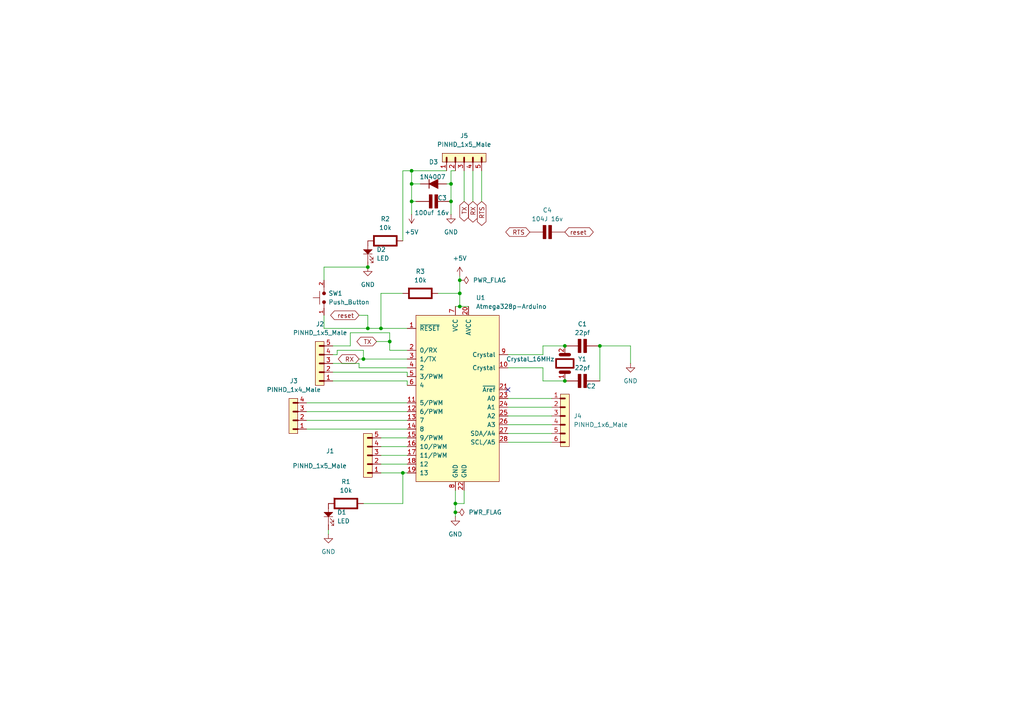
<source format=kicad_sch>
(kicad_sch
	(version 20250114)
	(generator "eeschema")
	(generator_version "9.0")
	(uuid "7cbce8a7-9f93-48d0-94c6-1e7721af31c8")
	(paper "A4")
	(title_block
		(title "LUNAR-CAD 2.0")
		(date "2025-11-10")
		(rev "V1")
	)
	(lib_symbols
		(symbol "PCM_Diode_AKL:1N4007"
			(pin_numbers
				(hide yes)
			)
			(pin_names
				(offset 1.016)
				(hide yes)
			)
			(exclude_from_sim no)
			(in_bom yes)
			(on_board yes)
			(property "Reference" "D"
				(at 0 5.08 0)
				(effects
					(font
						(size 1.27 1.27)
					)
				)
			)
			(property "Value" "1N4007"
				(at 0 2.54 0)
				(effects
					(font
						(size 1.27 1.27)
					)
				)
			)
			(property "Footprint" "PCM_Diode_THT_AKL:D_DO-41_SOD81_P7.62mm_Horizontal"
				(at 0 0 0)
				(effects
					(font
						(size 1.27 1.27)
					)
					(hide yes)
				)
			)
			(property "Datasheet" "https://www.tme.eu/Document/5f8ffc5ac30fc86bac97d66040bf5502/1n400x.pdf"
				(at 0 0 0)
				(effects
					(font
						(size 1.27 1.27)
					)
					(hide yes)
				)
			)
			(property "Description" "DO-41 Diode, Rectifier, 1000V, 1A, Alternate KiCad Library"
				(at 0 0 0)
				(effects
					(font
						(size 1.27 1.27)
					)
					(hide yes)
				)
			)
			(property "ki_keywords" "diode 1N4007 DO41"
				(at 0 0 0)
				(effects
					(font
						(size 1.27 1.27)
					)
					(hide yes)
				)
			)
			(property "ki_fp_filters" "TO-???* *_Diode_* *SingleDiode* D_*"
				(at 0 0 0)
				(effects
					(font
						(size 1.27 1.27)
					)
					(hide yes)
				)
			)
			(symbol "1N4007_0_1"
				(polyline
					(pts
						(xy -1.27 1.27) (xy -1.27 -1.27) (xy 1.27 0) (xy -1.27 1.27)
					)
					(stroke
						(width 0.254)
						(type default)
					)
					(fill
						(type outline)
					)
				)
				(polyline
					(pts
						(xy -1.27 0) (xy 1.27 0)
					)
					(stroke
						(width 0)
						(type default)
					)
					(fill
						(type none)
					)
				)
				(polyline
					(pts
						(xy 1.27 1.27) (xy 1.27 -1.27)
					)
					(stroke
						(width 0.254)
						(type default)
					)
					(fill
						(type none)
					)
				)
			)
			(symbol "1N4007_0_2"
				(polyline
					(pts
						(xy -2.54 -2.54) (xy 2.54 2.54)
					)
					(stroke
						(width 0)
						(type default)
					)
					(fill
						(type none)
					)
				)
				(polyline
					(pts
						(xy -0.889 -0.889) (xy -1.778 0) (xy 0.889 0.889) (xy 0 -1.778) (xy -0.889 -0.889)
					)
					(stroke
						(width 0.254)
						(type default)
					)
					(fill
						(type outline)
					)
				)
				(polyline
					(pts
						(xy 0 1.778) (xy 1.778 0)
					)
					(stroke
						(width 0.254)
						(type default)
					)
					(fill
						(type none)
					)
				)
			)
			(symbol "1N4007_1_1"
				(pin passive line
					(at -3.81 0 0)
					(length 2.54)
					(name "A"
						(effects
							(font
								(size 1.27 1.27)
							)
						)
					)
					(number "2"
						(effects
							(font
								(size 1.27 1.27)
							)
						)
					)
				)
				(pin passive line
					(at 3.81 0 180)
					(length 2.54)
					(name "K"
						(effects
							(font
								(size 1.27 1.27)
							)
						)
					)
					(number "1"
						(effects
							(font
								(size 1.27 1.27)
							)
						)
					)
				)
			)
			(symbol "1N4007_1_2"
				(pin passive line
					(at -2.54 -2.54 0)
					(length 0)
					(name "A"
						(effects
							(font
								(size 1.27 1.27)
							)
						)
					)
					(number "2"
						(effects
							(font
								(size 1.27 1.27)
							)
						)
					)
				)
				(pin passive line
					(at 2.54 2.54 180)
					(length 0)
					(name "K"
						(effects
							(font
								(size 1.27 1.27)
							)
						)
					)
					(number "1"
						(effects
							(font
								(size 1.27 1.27)
							)
						)
					)
				)
			)
			(embedded_fonts no)
		)
		(symbol "PCM_Elektuur:C"
			(pin_numbers
				(hide yes)
			)
			(pin_names
				(offset 0)
				(hide yes)
			)
			(exclude_from_sim no)
			(in_bom yes)
			(on_board yes)
			(property "Reference" "C"
				(at 0.635 3.175 0)
				(effects
					(font
						(size 1.27 1.27)
					)
					(justify left)
				)
			)
			(property "Value" "C"
				(at 0.635 -3.175 0)
				(effects
					(font
						(size 1.27 1.27)
					)
					(justify left)
				)
			)
			(property "Footprint" ""
				(at 0 0 0)
				(effects
					(font
						(size 1.27 1.27)
					)
					(hide yes)
				)
			)
			(property "Datasheet" ""
				(at 0 0 0)
				(effects
					(font
						(size 1.27 1.27)
					)
					(hide yes)
				)
			)
			(property "Description" "capacitor, non-polarized/bipolar"
				(at 0 0 0)
				(effects
					(font
						(size 1.27 1.27)
					)
					(hide yes)
				)
			)
			(property "Indicator" "+"
				(at -1.27 3.175 0)
				(effects
					(font
						(size 1.27 1.27)
					)
					(hide yes)
				)
			)
			(property "Rating" "V"
				(at -0.635 -3.175 0)
				(effects
					(font
						(size 1.27 1.27)
					)
					(justify right)
					(hide yes)
				)
			)
			(property "ki_keywords" "C cap capacitor non-polarized bipolar"
				(at 0 0 0)
				(effects
					(font
						(size 1.27 1.27)
					)
					(hide yes)
				)
			)
			(symbol "C_1_1"
				(rectangle
					(start -1.905 1.1938)
					(end 1.905 0.4318)
					(stroke
						(width 0.254)
						(type default)
					)
					(fill
						(type outline)
					)
				)
				(rectangle
					(start -1.905 -0.4318)
					(end 1.905 -1.1938)
					(stroke
						(width 0.254)
						(type default)
					)
					(fill
						(type outline)
					)
				)
				(pin passive line
					(at 0 5.08 270)
					(length 3.8862)
					(name "+"
						(effects
							(font
								(size 1.27 1.27)
							)
						)
					)
					(number "1"
						(effects
							(font
								(size 1.27 1.27)
							)
						)
					)
				)
				(pin passive line
					(at 0 -5.08 90)
					(length 3.8862)
					(name "-"
						(effects
							(font
								(size 1.27 1.27)
							)
						)
					)
					(number "2"
						(effects
							(font
								(size 1.27 1.27)
							)
						)
					)
				)
			)
			(symbol "C_1_2"
				(polyline
					(pts
						(xy -1.905 0.4318) (xy 1.905 0.4318) (xy 1.905 1.4986) (xy -1.905 1.4986) (xy -1.905 0.4318) (xy -1.8034 0.5334)
						(xy -1.8034 1.397) (xy 1.8034 1.397) (xy 1.8034 0.5334) (xy -1.8034 0.5334) (xy -1.905 0.4318)
					)
					(stroke
						(width 0.254)
						(type default)
					)
					(fill
						(type outline)
					)
				)
				(polyline
					(pts
						(xy -1.905 -1.4986) (xy 1.905 -1.4986) (xy 1.905 -0.4318) (xy -1.905 -0.4318) (xy -1.905 -1.4986)
						(xy -1.8034 -1.397) (xy -1.8034 -0.5334) (xy 1.8034 -0.5334) (xy 1.8034 -1.397) (xy -1.8034 -1.397)
						(xy -1.905 -1.4986)
					)
					(stroke
						(width 0.254)
						(type default)
					)
					(fill
						(type outline)
					)
				)
				(pin passive line
					(at 0 5.08 270)
					(length 3.5814)
					(name "+"
						(effects
							(font
								(size 1.27 1.27)
							)
						)
					)
					(number "1"
						(effects
							(font
								(size 1.27 1.27)
							)
						)
					)
				)
				(pin passive line
					(at 0 -5.08 90)
					(length 3.5814)
					(name "-"
						(effects
							(font
								(size 1.27 1.27)
							)
						)
					)
					(number "2"
						(effects
							(font
								(size 1.27 1.27)
							)
						)
					)
				)
			)
			(embedded_fonts no)
		)
		(symbol "PCM_Elektuur:R"
			(pin_numbers
				(hide yes)
			)
			(pin_names
				(offset 0)
				(hide yes)
			)
			(exclude_from_sim no)
			(in_bom yes)
			(on_board yes)
			(property "Reference" "R"
				(at 2.54 3.175 0)
				(effects
					(font
						(size 1.27 1.27)
					)
					(justify left)
				)
			)
			(property "Value" "R"
				(at 0 0 90)
				(effects
					(font
						(size 1.27 1.27)
					)
				)
			)
			(property "Footprint" ""
				(at 0 0 0)
				(effects
					(font
						(size 1.27 1.27)
					)
					(hide yes)
				)
			)
			(property "Datasheet" ""
				(at 0 0 0)
				(effects
					(font
						(size 1.27 1.27)
					)
					(hide yes)
				)
			)
			(property "Description" "resistor"
				(at 0 0 0)
				(effects
					(font
						(size 1.27 1.27)
					)
					(hide yes)
				)
			)
			(property "Indicator" "+"
				(at -3.175 3.175 0)
				(effects
					(font
						(size 1.27 1.27)
					)
					(hide yes)
				)
			)
			(property "Rating" "W"
				(at 2.54 -3.175 0)
				(effects
					(font
						(size 1.27 1.27)
					)
					(justify left)
					(hide yes)
				)
			)
			(property "ki_keywords" "R res resistor"
				(at 0 0 0)
				(effects
					(font
						(size 1.27 1.27)
					)
					(hide yes)
				)
			)
			(symbol "R_1_1"
				(polyline
					(pts
						(xy -1.524 -3.429) (xy 1.524 -3.429) (xy 1.524 3.429) (xy -1.524 3.429) (xy -1.524 -3.429) (xy -1.27 -3.175)
						(xy -1.27 3.175) (xy 1.27 3.175) (xy 1.27 -3.175) (xy -1.27 -3.175) (xy -1.524 -3.429)
					)
					(stroke
						(width 0.254)
						(type default)
					)
					(fill
						(type outline)
					)
				)
				(pin passive line
					(at 0 5.08 270)
					(length 1.651)
					(name "+"
						(effects
							(font
								(size 1.27 1.27)
							)
						)
					)
					(number "1"
						(effects
							(font
								(size 1.27 1.27)
							)
						)
					)
				)
				(pin passive line
					(at 0 -5.08 90)
					(length 1.651)
					(name "-"
						(effects
							(font
								(size 1.27 1.27)
							)
						)
					)
					(number "2"
						(effects
							(font
								(size 1.27 1.27)
							)
						)
					)
				)
			)
			(symbol "R_1_2"
				(polyline
					(pts
						(xy -0.508 -3.429) (xy 1.524 -3.429) (xy 1.524 3.429) (xy -0.508 3.429) (xy -0.508 3.175) (xy 1.27 3.175)
						(xy 1.27 -3.175) (xy -0.508 -3.175) (xy -0.508 -3.429)
					)
					(stroke
						(width 0.254)
						(type default)
					)
					(fill
						(type outline)
					)
				)
				(pin passive line
					(at 0 5.08 270)
					(length 1.651)
					(name "+"
						(effects
							(font
								(size 1.27 1.27)
							)
						)
					)
					(number "1"
						(effects
							(font
								(size 1.27 1.27)
							)
						)
					)
				)
				(pin passive line
					(at 0 -5.08 90)
					(length 1.651)
					(name "-"
						(effects
							(font
								(size 1.27 1.27)
							)
						)
					)
					(number "2"
						(effects
							(font
								(size 1.27 1.27)
							)
						)
					)
				)
			)
			(symbol "R_1_3"
				(polyline
					(pts
						(xy 0 3.4798) (xy 0 3.2004) (xy 0.7112 2.794) (xy -1.1938 1.6764) (xy 0.7112 0.5588) (xy -1.1938 -0.5588)
						(xy 0.7112 -1.6764) (xy -1.1938 -2.794) (xy 0 -3.4798) (xy 0 -3.2004) (xy -0.7112 -2.794) (xy 1.1938 -1.6764)
						(xy -0.7112 -0.5588) (xy 1.1938 0.5588) (xy -0.7112 1.6764) (xy 1.1938 2.794) (xy 0 3.4798)
					)
					(stroke
						(width 0.254)
						(type default)
					)
					(fill
						(type outline)
					)
				)
				(pin passive line
					(at 0 5.08 270)
					(length 1.6002)
					(name "+"
						(effects
							(font
								(size 1.27 1.27)
							)
						)
					)
					(number "1"
						(effects
							(font
								(size 1.27 1.27)
							)
						)
					)
				)
				(pin passive line
					(at 0 -5.08 90)
					(length 1.6002)
					(name "-"
						(effects
							(font
								(size 1.27 1.27)
							)
						)
					)
					(number "2"
						(effects
							(font
								(size 1.27 1.27)
							)
						)
					)
				)
			)
			(symbol "R_1_4"
				(polyline
					(pts
						(xy 0 4.5466) (xy 0 4.2672) (xy 0.0508 4.2418) (xy 1.016 3.683) (xy -1.524 2.2098) (xy 1.016 0.7366)
						(xy -1.524 -0.7366) (xy 1.016 -2.2098) (xy -1.524 -3.683) (xy -0.0762 -4.5212) (xy 0 -4.5466)
						(xy 0 -4.2672) (xy -0.0508 -4.2418) (xy -1.016 -3.683) (xy 1.524 -2.2098) (xy -1.016 -0.7366)
						(xy 1.524 0.7366) (xy -1.016 2.2098) (xy 1.524 3.683) (xy 0.0762 4.5212) (xy 0 4.5466)
					)
					(stroke
						(width 0.254)
						(type default)
					)
					(fill
						(type outline)
					)
				)
				(pin passive line
					(at 0 5.08 270)
					(length 0.5334)
					(name "+"
						(effects
							(font
								(size 1.27 1.27)
							)
						)
					)
					(number "1"
						(effects
							(font
								(size 1.27 1.27)
							)
						)
					)
				)
				(pin passive line
					(at 0 -5.08 90)
					(length 0.5334)
					(name "-"
						(effects
							(font
								(size 1.27 1.27)
							)
						)
					)
					(number "2"
						(effects
							(font
								(size 1.27 1.27)
							)
						)
					)
				)
			)
			(embedded_fonts no)
		)
		(symbol "PCM_SL_Devices:Atmega328p-Arduino"
			(pin_names
				(offset 1.016)
			)
			(exclude_from_sim no)
			(in_bom yes)
			(on_board yes)
			(property "Reference" "U1"
				(at 4.6833 30.48 0)
				(effects
					(font
						(size 1.27 1.27)
					)
					(justify left)
				)
			)
			(property "Value" "Atmega328p-Arduino"
				(at 4.6833 27.94 0)
				(effects
					(font
						(size 1.27 1.27)
					)
					(justify left)
				)
			)
			(property "Footprint" "Package_DIP:DIP-28_W7.62mm_LongPads"
				(at 1.27 -34.29 0)
				(effects
					(font
						(size 1.27 1.27)
					)
					(hide yes)
				)
			)
			(property "Datasheet" ""
				(at 6.35 -31.75 0)
				(effects
					(font
						(size 1.27 1.27)
					)
					(hide yes)
				)
			)
			(property "Description" "Atmega328p with Arduino UNO pin mapping(MCU in ArduinoUNO)"
				(at 0 0 0)
				(effects
					(font
						(size 1.27 1.27)
					)
					(hide yes)
				)
			)
			(property "ki_keywords" "AVR  Atmega328p Arduino UNO"
				(at 0 0 0)
				(effects
					(font
						(size 1.27 1.27)
					)
					(hide yes)
				)
			)
			(property "ki_fp_filters" "Package_DIP:DIP-28_W7.62mm*"
				(at 0 0 0)
				(effects
					(font
						(size 1.27 1.27)
					)
					(hide yes)
				)
			)
			(symbol "Atmega328p-Arduino_0_1"
				(rectangle
					(start -12.7 25.4)
					(end 11.43 -22.86)
					(stroke
						(width 0)
						(type default)
					)
					(fill
						(type background)
					)
				)
			)
			(symbol "Atmega328p-Arduino_1_1"
				(pin bidirectional line
					(at -15.24 21.59 0)
					(length 2.54)
					(name "~{RESET}"
						(effects
							(font
								(size 1.27 1.27)
							)
						)
					)
					(number "1"
						(effects
							(font
								(size 1.27 1.27)
							)
						)
					)
				)
				(pin bidirectional line
					(at -15.24 15.24 0)
					(length 2.54)
					(name "0/RX"
						(effects
							(font
								(size 1.27 1.27)
							)
						)
					)
					(number "2"
						(effects
							(font
								(size 1.27 1.27)
							)
						)
					)
				)
				(pin bidirectional line
					(at -15.24 12.7 0)
					(length 2.54)
					(name "1/TX"
						(effects
							(font
								(size 1.27 1.27)
							)
						)
					)
					(number "3"
						(effects
							(font
								(size 1.27 1.27)
							)
						)
					)
				)
				(pin bidirectional line
					(at -15.24 10.16 0)
					(length 2.54)
					(name "2"
						(effects
							(font
								(size 1.27 1.27)
							)
						)
					)
					(number "4"
						(effects
							(font
								(size 1.27 1.27)
							)
						)
					)
				)
				(pin bidirectional line
					(at -15.24 7.62 0)
					(length 2.54)
					(name "3/PWM"
						(effects
							(font
								(size 1.27 1.27)
							)
						)
					)
					(number "5"
						(effects
							(font
								(size 1.27 1.27)
							)
						)
					)
				)
				(pin bidirectional line
					(at -15.24 5.08 0)
					(length 2.54)
					(name "4"
						(effects
							(font
								(size 1.27 1.27)
							)
						)
					)
					(number "6"
						(effects
							(font
								(size 1.27 1.27)
							)
						)
					)
				)
				(pin bidirectional line
					(at -15.24 0 0)
					(length 2.54)
					(name "5/PWM"
						(effects
							(font
								(size 1.27 1.27)
							)
						)
					)
					(number "11"
						(effects
							(font
								(size 1.27 1.27)
							)
						)
					)
				)
				(pin bidirectional line
					(at -15.24 -2.54 0)
					(length 2.54)
					(name "6/PWM"
						(effects
							(font
								(size 1.27 1.27)
							)
						)
					)
					(number "12"
						(effects
							(font
								(size 1.27 1.27)
							)
						)
					)
				)
				(pin bidirectional line
					(at -15.24 -5.08 0)
					(length 2.54)
					(name "7"
						(effects
							(font
								(size 1.27 1.27)
							)
						)
					)
					(number "13"
						(effects
							(font
								(size 1.27 1.27)
							)
						)
					)
				)
				(pin bidirectional line
					(at -15.24 -7.62 0)
					(length 2.54)
					(name "8"
						(effects
							(font
								(size 1.27 1.27)
							)
						)
					)
					(number "14"
						(effects
							(font
								(size 1.27 1.27)
							)
						)
					)
				)
				(pin bidirectional line
					(at -15.24 -10.16 0)
					(length 2.54)
					(name "9/PWM"
						(effects
							(font
								(size 1.27 1.27)
							)
						)
					)
					(number "15"
						(effects
							(font
								(size 1.27 1.27)
							)
						)
					)
				)
				(pin bidirectional line
					(at -15.24 -12.7 0)
					(length 2.54)
					(name "10/PWM"
						(effects
							(font
								(size 1.27 1.27)
							)
						)
					)
					(number "16"
						(effects
							(font
								(size 1.27 1.27)
							)
						)
					)
				)
				(pin bidirectional line
					(at -15.24 -15.24 0)
					(length 2.54)
					(name "11/PWM"
						(effects
							(font
								(size 1.27 1.27)
							)
						)
					)
					(number "17"
						(effects
							(font
								(size 1.27 1.27)
							)
						)
					)
				)
				(pin bidirectional line
					(at -15.24 -17.78 0)
					(length 2.54)
					(name "12"
						(effects
							(font
								(size 1.27 1.27)
							)
						)
					)
					(number "18"
						(effects
							(font
								(size 1.27 1.27)
							)
						)
					)
				)
				(pin bidirectional line
					(at -15.24 -20.32 0)
					(length 2.54)
					(name "13"
						(effects
							(font
								(size 1.27 1.27)
							)
						)
					)
					(number "19"
						(effects
							(font
								(size 1.27 1.27)
							)
						)
					)
				)
				(pin power_in line
					(at -1.27 27.94 270)
					(length 2.54)
					(name "VCC"
						(effects
							(font
								(size 1.27 1.27)
							)
						)
					)
					(number "7"
						(effects
							(font
								(size 1.27 1.27)
							)
						)
					)
				)
				(pin power_in line
					(at -1.27 -25.4 90)
					(length 2.54)
					(name "GND"
						(effects
							(font
								(size 1.27 1.27)
							)
						)
					)
					(number "8"
						(effects
							(font
								(size 1.27 1.27)
							)
						)
					)
				)
				(pin power_in line
					(at 1.27 -25.4 90)
					(length 2.54)
					(name "GND"
						(effects
							(font
								(size 1.27 1.27)
							)
						)
					)
					(number "22"
						(effects
							(font
								(size 1.27 1.27)
							)
						)
					)
				)
				(pin power_in line
					(at 2.54 27.94 270)
					(length 2.54)
					(name "AVCC"
						(effects
							(font
								(size 1.27 1.27)
							)
						)
					)
					(number "20"
						(effects
							(font
								(size 1.27 1.27)
							)
						)
					)
				)
				(pin bidirectional line
					(at 13.97 13.97 180)
					(length 2.54)
					(name "Crystal"
						(effects
							(font
								(size 1.27 1.27)
							)
						)
					)
					(number "9"
						(effects
							(font
								(size 1.27 1.27)
							)
						)
					)
				)
				(pin bidirectional line
					(at 13.97 10.16 180)
					(length 2.54)
					(name "Crystal"
						(effects
							(font
								(size 1.27 1.27)
							)
						)
					)
					(number "10"
						(effects
							(font
								(size 1.27 1.27)
							)
						)
					)
				)
				(pin bidirectional line
					(at 13.97 3.81 180)
					(length 2.54)
					(name "~{Aref}"
						(effects
							(font
								(size 1.27 1.27)
							)
						)
					)
					(number "21"
						(effects
							(font
								(size 1.27 1.27)
							)
						)
					)
				)
				(pin bidirectional line
					(at 13.97 1.27 180)
					(length 2.54)
					(name "A0"
						(effects
							(font
								(size 1.27 1.27)
							)
						)
					)
					(number "23"
						(effects
							(font
								(size 1.27 1.27)
							)
						)
					)
				)
				(pin bidirectional line
					(at 13.97 -1.27 180)
					(length 2.54)
					(name "A1"
						(effects
							(font
								(size 1.27 1.27)
							)
						)
					)
					(number "24"
						(effects
							(font
								(size 1.27 1.27)
							)
						)
					)
				)
				(pin bidirectional line
					(at 13.97 -3.81 180)
					(length 2.54)
					(name "A2"
						(effects
							(font
								(size 1.27 1.27)
							)
						)
					)
					(number "25"
						(effects
							(font
								(size 1.27 1.27)
							)
						)
					)
				)
				(pin bidirectional line
					(at 13.97 -6.35 180)
					(length 2.54)
					(name "A3"
						(effects
							(font
								(size 1.27 1.27)
							)
						)
					)
					(number "26"
						(effects
							(font
								(size 1.27 1.27)
							)
						)
					)
				)
				(pin bidirectional line
					(at 13.97 -8.89 180)
					(length 2.54)
					(name "SDA/A4"
						(effects
							(font
								(size 1.27 1.27)
							)
						)
					)
					(number "27"
						(effects
							(font
								(size 1.27 1.27)
							)
						)
					)
				)
				(pin bidirectional line
					(at 13.97 -11.43 180)
					(length 2.54)
					(name "SCL/A5"
						(effects
							(font
								(size 1.27 1.27)
							)
						)
					)
					(number "28"
						(effects
							(font
								(size 1.27 1.27)
							)
						)
					)
				)
			)
			(embedded_fonts no)
		)
		(symbol "PCM_SL_Devices:Crystal_16MHz"
			(exclude_from_sim no)
			(in_bom yes)
			(on_board yes)
			(property "Reference" "Y"
				(at 0 7.62 0)
				(effects
					(font
						(size 1.27 1.27)
					)
				)
			)
			(property "Value" "Crystal_16MHz"
				(at 0 5.08 0)
				(effects
					(font
						(size 1.27 1.27)
					)
				)
			)
			(property "Footprint" "Crystal:Crystal_HC49-4H_Vertical"
				(at 0 -3.81 0)
				(effects
					(font
						(size 1.27 1.27)
					)
					(hide yes)
				)
			)
			(property "Datasheet" ""
				(at 0 1.27 0)
				(effects
					(font
						(size 1.27 1.27)
					)
					(hide yes)
				)
			)
			(property "Description" "16Mz Crystal"
				(at 0 0 0)
				(effects
					(font
						(size 1.27 1.27)
					)
					(hide yes)
				)
			)
			(property "ki_keywords" "16Mz Crystal"
				(at 0 0 0)
				(effects
					(font
						(size 1.27 1.27)
					)
					(hide yes)
				)
			)
			(symbol "Crystal_16MHz_0_1"
				(polyline
					(pts
						(xy -2.54 1.27) (xy -2.54 -1.27)
					)
					(stroke
						(width 1)
						(type default)
					)
					(fill
						(type none)
					)
				)
				(rectangle
					(start -1.27 2.54)
					(end 1.27 -2.54)
					(stroke
						(width 0.5)
						(type default)
					)
					(fill
						(type none)
					)
				)
				(polyline
					(pts
						(xy 2.54 1.27) (xy 2.54 -1.27)
					)
					(stroke
						(width 1)
						(type default)
					)
					(fill
						(type none)
					)
				)
			)
			(symbol "Crystal_16MHz_1_1"
				(pin passive line
					(at -5.08 0 0)
					(length 2.54)
					(name ""
						(effects
							(font
								(size 1.27 1.27)
							)
						)
					)
					(number "1"
						(effects
							(font
								(size 1.27 1.27)
							)
						)
					)
				)
				(pin passive line
					(at 5.08 0 180)
					(length 2.54)
					(name ""
						(effects
							(font
								(size 1.27 1.27)
							)
						)
					)
					(number "2"
						(effects
							(font
								(size 1.27 1.27)
							)
						)
					)
				)
			)
			(embedded_fonts no)
		)
		(symbol "PCM_SL_Devices:LED"
			(exclude_from_sim no)
			(in_bom yes)
			(on_board yes)
			(property "Reference" "D"
				(at -0.508 5.334 0)
				(effects
					(font
						(size 1.27 1.27)
					)
				)
			)
			(property "Value" "LED"
				(at -0.508 2.794 0)
				(effects
					(font
						(size 1.27 1.27)
					)
				)
			)
			(property "Footprint" "LED_THT:LED_D5.0mm"
				(at -1.016 -2.794 0)
				(effects
					(font
						(size 1.27 1.27)
					)
					(hide yes)
				)
			)
			(property "Datasheet" ""
				(at -1.27 0 0)
				(effects
					(font
						(size 1.27 1.27)
					)
					(hide yes)
				)
			)
			(property "Description" "Common 5mm diameter LED"
				(at 0 0 0)
				(effects
					(font
						(size 1.27 1.27)
					)
					(hide yes)
				)
			)
			(property "ki_keywords" "LED 5mm"
				(at 0 0 0)
				(effects
					(font
						(size 1.27 1.27)
					)
					(hide yes)
				)
			)
			(property "ki_fp_filters" "LED_D5.0mm_Clear LED_D5.0mm_Horizontal_O1.27mm_Z3.0mm LED_D5.0mm_Horizontal_O3.81mm_Z3.0mm LED_D5.0mm_Horizontal_O6.35mm_Z3.0mm"
				(at 0 0 0)
				(effects
					(font
						(size 1.27 1.27)
					)
					(hide yes)
				)
			)
			(symbol "LED_0_1"
				(polyline
					(pts
						(xy -1.27 0) (xy -2.54 0)
					)
					(stroke
						(width 0)
						(type default)
					)
					(fill
						(type none)
					)
				)
				(polyline
					(pts
						(xy 0 1.27) (xy 0 -1.27)
					)
					(stroke
						(width 0)
						(type default)
					)
					(fill
						(type none)
					)
				)
				(polyline
					(pts
						(xy 0 0) (xy -1.27 -1.27) (xy -1.27 1.27) (xy 0 0) (xy 1.27 0)
					)
					(stroke
						(width 0)
						(type default)
					)
					(fill
						(type outline)
					)
				)
				(polyline
					(pts
						(xy 0.508 0.508) (xy 1.524 1.524)
					)
					(stroke
						(width 0)
						(type default)
					)
					(fill
						(type none)
					)
				)
				(polyline
					(pts
						(xy 1.27 0) (xy 2.54 0)
					)
					(stroke
						(width 0)
						(type default)
					)
					(fill
						(type none)
					)
				)
				(polyline
					(pts
						(xy 1.524 1.524) (xy 0.889 1.524)
					)
					(stroke
						(width 0)
						(type default)
					)
					(fill
						(type none)
					)
				)
				(polyline
					(pts
						(xy 1.524 1.524) (xy 1.524 0.889)
					)
					(stroke
						(width 0)
						(type default)
					)
					(fill
						(type none)
					)
				)
				(polyline
					(pts
						(xy 1.524 0.508) (xy 2.54 1.524)
					)
					(stroke
						(width 0)
						(type default)
					)
					(fill
						(type none)
					)
				)
				(polyline
					(pts
						(xy 2.54 1.524) (xy 1.905 1.524)
					)
					(stroke
						(width 0)
						(type default)
					)
					(fill
						(type none)
					)
				)
				(polyline
					(pts
						(xy 2.54 1.524) (xy 2.54 0.889)
					)
					(stroke
						(width 0)
						(type default)
					)
					(fill
						(type none)
					)
				)
			)
			(symbol "LED_1_1"
				(pin passive line
					(at -3.81 0 0)
					(length 1.5)
					(name ""
						(effects
							(font
								(size 1.27 1.27)
							)
						)
					)
					(number "2"
						(effects
							(font
								(size 0 0)
							)
						)
					)
				)
				(pin passive line
					(at 3.81 0 180)
					(length 1.5)
					(name "~"
						(effects
							(font
								(size 1.27 1.27)
							)
						)
					)
					(number "1"
						(effects
							(font
								(size 0 0)
							)
						)
					)
				)
			)
			(embedded_fonts no)
		)
		(symbol "PCM_SL_Devices:Push_Button"
			(exclude_from_sim no)
			(in_bom yes)
			(on_board yes)
			(property "Reference" "SW"
				(at 0 6.35 0)
				(effects
					(font
						(size 1.27 1.27)
					)
				)
			)
			(property "Value" "Push_Button"
				(at 0 4.445 0)
				(effects
					(font
						(size 1.27 1.27)
					)
				)
			)
			(property "Footprint" "Button_Switch_THT:SW_PUSH_6mm"
				(at -0.127 -3.175 0)
				(effects
					(font
						(size 1.27 1.27)
					)
					(hide yes)
				)
			)
			(property "Datasheet" ""
				(at 0 0 0)
				(effects
					(font
						(size 1.27 1.27)
					)
					(hide yes)
				)
			)
			(property "Description" "Common 6mmx6mm Push Button"
				(at 0 0 0)
				(effects
					(font
						(size 1.27 1.27)
					)
					(hide yes)
				)
			)
			(property "ki_keywords" "Switch"
				(at 0 0 0)
				(effects
					(font
						(size 1.27 1.27)
					)
					(hide yes)
				)
			)
			(symbol "Push_Button_0_1"
				(polyline
					(pts
						(xy -3.175 0) (xy -1.778 0)
					)
					(stroke
						(width 0)
						(type default)
					)
					(fill
						(type none)
					)
				)
				(polyline
					(pts
						(xy -1.905 1.27) (xy 1.905 1.27)
					)
					(stroke
						(width 0)
						(type default)
					)
					(fill
						(type none)
					)
				)
				(circle
					(center -1.27 0)
					(radius 0.4579)
					(stroke
						(width 0)
						(type default)
					)
					(fill
						(type outline)
					)
				)
				(polyline
					(pts
						(xy 0 1.27) (xy 0 3.175)
					)
					(stroke
						(width 0)
						(type default)
					)
					(fill
						(type none)
					)
				)
				(circle
					(center 1.27 0)
					(radius 0.4579)
					(stroke
						(width 0)
						(type default)
					)
					(fill
						(type outline)
					)
				)
				(polyline
					(pts
						(xy 1.778 0) (xy 3.175 0)
					)
					(stroke
						(width 0)
						(type default)
					)
					(fill
						(type none)
					)
				)
			)
			(symbol "Push_Button_1_1"
				(pin passive line
					(at -5.08 0 0)
					(length 2)
					(name ""
						(effects
							(font
								(size 1.27 1.27)
							)
						)
					)
					(number "1"
						(effects
							(font
								(size 1 1)
							)
						)
					)
				)
				(pin passive line
					(at 5.08 0 180)
					(length 2)
					(name ""
						(effects
							(font
								(size 1.27 1.27)
							)
						)
					)
					(number "2"
						(effects
							(font
								(size 1 1)
							)
						)
					)
				)
			)
			(embedded_fonts no)
		)
		(symbol "PCM_SL_Pin_Headers:PINHD_1x4_Male"
			(exclude_from_sim no)
			(in_bom yes)
			(on_board yes)
			(property "Reference" "J"
				(at 0 8.89 0)
				(effects
					(font
						(size 1.27 1.27)
					)
				)
			)
			(property "Value" "PINHD_1x4_Male"
				(at 0 6.35 0)
				(effects
					(font
						(size 1.27 1.27)
					)
				)
			)
			(property "Footprint" "Connector_PinHeader_2.54mm:PinHeader_1x04_P2.54mm_Vertical"
				(at -1.27 11.43 0)
				(effects
					(font
						(size 1.27 1.27)
					)
					(hide yes)
				)
			)
			(property "Datasheet" ""
				(at 0 10.16 0)
				(effects
					(font
						(size 1.27 1.27)
					)
					(hide yes)
				)
			)
			(property "Description" "Pin Header male with pin space 2.54mm. Pin Count -4"
				(at 0 0 0)
				(effects
					(font
						(size 1.27 1.27)
					)
					(hide yes)
				)
			)
			(property "ki_keywords" "Pin Header"
				(at 0 0 0)
				(effects
					(font
						(size 1.27 1.27)
					)
					(hide yes)
				)
			)
			(property "ki_fp_filters" "PinHeader_1x04_P2.54mm*"
				(at 0 0 0)
				(effects
					(font
						(size 1.27 1.27)
					)
					(hide yes)
				)
			)
			(symbol "PINHD_1x4_Male_0_1"
				(rectangle
					(start -1.27 5.08)
					(end 1.27 -5.08)
					(stroke
						(width 0)
						(type default)
					)
					(fill
						(type background)
					)
				)
				(polyline
					(pts
						(xy -1.27 3.81) (xy 0 3.81)
					)
					(stroke
						(width 0.3)
						(type default)
					)
					(fill
						(type none)
					)
				)
				(polyline
					(pts
						(xy -1.27 3.81) (xy 0 3.81)
					)
					(stroke
						(width 0.5)
						(type default)
					)
					(fill
						(type none)
					)
				)
				(polyline
					(pts
						(xy -1.27 1.27) (xy 0 1.27)
					)
					(stroke
						(width 0.3)
						(type default)
					)
					(fill
						(type none)
					)
				)
				(polyline
					(pts
						(xy -1.27 1.27) (xy 0 1.27)
					)
					(stroke
						(width 0.5)
						(type default)
					)
					(fill
						(type none)
					)
				)
				(polyline
					(pts
						(xy -1.27 -1.27) (xy 0 -1.27)
					)
					(stroke
						(width 0.3)
						(type default)
					)
					(fill
						(type none)
					)
				)
				(polyline
					(pts
						(xy -1.27 -1.27) (xy 0 -1.27)
					)
					(stroke
						(width 0.5)
						(type default)
					)
					(fill
						(type none)
					)
				)
				(polyline
					(pts
						(xy -1.27 -3.81) (xy 0 -3.81)
					)
					(stroke
						(width 0.3)
						(type default)
					)
					(fill
						(type none)
					)
				)
				(polyline
					(pts
						(xy -1.27 -3.81) (xy 0 -3.81)
					)
					(stroke
						(width 0.5)
						(type default)
					)
					(fill
						(type none)
					)
				)
			)
			(symbol "PINHD_1x4_Male_1_1"
				(pin passive line
					(at -3.81 3.81 0)
					(length 2.54)
					(name ""
						(effects
							(font
								(size 1.27 1.27)
							)
						)
					)
					(number "1"
						(effects
							(font
								(size 1.27 1.27)
							)
						)
					)
				)
				(pin passive line
					(at -3.81 1.27 0)
					(length 2.54)
					(name ""
						(effects
							(font
								(size 1.27 1.27)
							)
						)
					)
					(number "2"
						(effects
							(font
								(size 1.27 1.27)
							)
						)
					)
				)
				(pin passive line
					(at -3.81 -1.27 0)
					(length 2.54)
					(name ""
						(effects
							(font
								(size 1.27 1.27)
							)
						)
					)
					(number "3"
						(effects
							(font
								(size 1.27 1.27)
							)
						)
					)
				)
				(pin passive line
					(at -3.81 -3.81 0)
					(length 2.54)
					(name ""
						(effects
							(font
								(size 1.27 1.27)
							)
						)
					)
					(number "4"
						(effects
							(font
								(size 1.27 1.27)
							)
						)
					)
				)
			)
			(embedded_fonts no)
		)
		(symbol "PCM_SL_Pin_Headers:PINHD_1x5_Male"
			(exclude_from_sim no)
			(in_bom yes)
			(on_board yes)
			(property "Reference" "J"
				(at 0 10.16 0)
				(effects
					(font
						(size 1.27 1.27)
					)
				)
			)
			(property "Value" "PINHD_1x5_Male"
				(at 0 7.62 0)
				(effects
					(font
						(size 1.27 1.27)
					)
				)
			)
			(property "Footprint" "Connector_PinHeader_2.54mm:PinHeader_1x05_P2.54mm_Vertical"
				(at -1.27 12.7 0)
				(effects
					(font
						(size 1.27 1.27)
					)
					(hide yes)
				)
			)
			(property "Datasheet" ""
				(at 0 11.43 0)
				(effects
					(font
						(size 1.27 1.27)
					)
					(hide yes)
				)
			)
			(property "Description" "Pin Header male with pin space 2.54mm. Pin Count -5"
				(at 0 0 0)
				(effects
					(font
						(size 1.27 1.27)
					)
					(hide yes)
				)
			)
			(property "ki_keywords" "Pin Header"
				(at 0 0 0)
				(effects
					(font
						(size 1.27 1.27)
					)
					(hide yes)
				)
			)
			(property "ki_fp_filters" "PinHeader_1x05_P2.54mm*"
				(at 0 0 0)
				(effects
					(font
						(size 1.27 1.27)
					)
					(hide yes)
				)
			)
			(symbol "PINHD_1x5_Male_0_1"
				(rectangle
					(start -1.27 6.35)
					(end 1.27 -6.35)
					(stroke
						(width 0)
						(type default)
					)
					(fill
						(type background)
					)
				)
				(polyline
					(pts
						(xy -1.27 5.08) (xy 0 5.08)
					)
					(stroke
						(width 0.3)
						(type default)
					)
					(fill
						(type none)
					)
				)
				(polyline
					(pts
						(xy -1.27 5.08) (xy 0 5.08)
					)
					(stroke
						(width 0.5)
						(type default)
					)
					(fill
						(type none)
					)
				)
				(polyline
					(pts
						(xy -1.27 2.54) (xy 0 2.54)
					)
					(stroke
						(width 0.3)
						(type default)
					)
					(fill
						(type none)
					)
				)
				(polyline
					(pts
						(xy -1.27 2.54) (xy 0 2.54)
					)
					(stroke
						(width 0.5)
						(type default)
					)
					(fill
						(type none)
					)
				)
				(polyline
					(pts
						(xy -1.27 0) (xy 0 0)
					)
					(stroke
						(width 0.3)
						(type default)
					)
					(fill
						(type none)
					)
				)
				(polyline
					(pts
						(xy -1.27 0) (xy 0 0)
					)
					(stroke
						(width 0.5)
						(type default)
					)
					(fill
						(type none)
					)
				)
				(polyline
					(pts
						(xy -1.27 -2.54) (xy 0 -2.54)
					)
					(stroke
						(width 0.3)
						(type default)
					)
					(fill
						(type none)
					)
				)
				(polyline
					(pts
						(xy -1.27 -2.54) (xy 0 -2.54)
					)
					(stroke
						(width 0.5)
						(type default)
					)
					(fill
						(type none)
					)
				)
				(polyline
					(pts
						(xy -1.27 -5.08) (xy 0 -5.08)
					)
					(stroke
						(width 0.3)
						(type default)
					)
					(fill
						(type none)
					)
				)
				(polyline
					(pts
						(xy -1.27 -5.08) (xy 0 -5.08)
					)
					(stroke
						(width 0.5)
						(type default)
					)
					(fill
						(type none)
					)
				)
			)
			(symbol "PINHD_1x5_Male_1_1"
				(pin passive line
					(at -3.81 5.08 0)
					(length 2.54)
					(name ""
						(effects
							(font
								(size 1.27 1.27)
							)
						)
					)
					(number "1"
						(effects
							(font
								(size 1.27 1.27)
							)
						)
					)
				)
				(pin passive line
					(at -3.81 2.54 0)
					(length 2.54)
					(name ""
						(effects
							(font
								(size 1.27 1.27)
							)
						)
					)
					(number "2"
						(effects
							(font
								(size 1.27 1.27)
							)
						)
					)
				)
				(pin passive line
					(at -3.81 0 0)
					(length 2.54)
					(name ""
						(effects
							(font
								(size 1.27 1.27)
							)
						)
					)
					(number "3"
						(effects
							(font
								(size 1.27 1.27)
							)
						)
					)
				)
				(pin passive line
					(at -3.81 -2.54 0)
					(length 2.54)
					(name ""
						(effects
							(font
								(size 1.27 1.27)
							)
						)
					)
					(number "4"
						(effects
							(font
								(size 1.27 1.27)
							)
						)
					)
				)
				(pin passive line
					(at -3.81 -5.08 0)
					(length 2.54)
					(name ""
						(effects
							(font
								(size 1.27 1.27)
							)
						)
					)
					(number "5"
						(effects
							(font
								(size 1.27 1.27)
							)
						)
					)
				)
			)
			(embedded_fonts no)
		)
		(symbol "PCM_SL_Pin_Headers:PINHD_1x6_Male"
			(exclude_from_sim no)
			(in_bom yes)
			(on_board yes)
			(property "Reference" "J"
				(at 0 11.43 0)
				(effects
					(font
						(size 1.27 1.27)
					)
				)
			)
			(property "Value" "PINHD_1x6_Male"
				(at 0 8.89 0)
				(effects
					(font
						(size 1.27 1.27)
					)
				)
			)
			(property "Footprint" "Connector_PinHeader_2.54mm:PinHeader_1x06_P2.54mm_Vertical"
				(at -1.27 13.97 0)
				(effects
					(font
						(size 1.27 1.27)
					)
					(hide yes)
				)
			)
			(property "Datasheet" ""
				(at 0 12.7 0)
				(effects
					(font
						(size 1.27 1.27)
					)
					(hide yes)
				)
			)
			(property "Description" "Pin Header male with pin space 2.54mm. Pin Count -6"
				(at 0 0 0)
				(effects
					(font
						(size 1.27 1.27)
					)
					(hide yes)
				)
			)
			(property "ki_keywords" "Pin Header"
				(at 0 0 0)
				(effects
					(font
						(size 1.27 1.27)
					)
					(hide yes)
				)
			)
			(property "ki_fp_filters" "PinHeader_1x06_P2.54mm*"
				(at 0 0 0)
				(effects
					(font
						(size 1.27 1.27)
					)
					(hide yes)
				)
			)
			(symbol "PINHD_1x6_Male_0_1"
				(rectangle
					(start -1.27 7.62)
					(end 1.27 -7.62)
					(stroke
						(width 0)
						(type default)
					)
					(fill
						(type background)
					)
				)
				(polyline
					(pts
						(xy -1.27 6.35) (xy 0 6.35)
					)
					(stroke
						(width 0.3)
						(type default)
					)
					(fill
						(type none)
					)
				)
				(polyline
					(pts
						(xy -1.27 6.35) (xy 0 6.35)
					)
					(stroke
						(width 0.5)
						(type default)
					)
					(fill
						(type none)
					)
				)
				(polyline
					(pts
						(xy -1.27 3.81) (xy 0 3.81)
					)
					(stroke
						(width 0.3)
						(type default)
					)
					(fill
						(type none)
					)
				)
				(polyline
					(pts
						(xy -1.27 3.81) (xy 0 3.81)
					)
					(stroke
						(width 0.5)
						(type default)
					)
					(fill
						(type none)
					)
				)
				(polyline
					(pts
						(xy -1.27 1.27) (xy 0 1.27)
					)
					(stroke
						(width 0.3)
						(type default)
					)
					(fill
						(type none)
					)
				)
				(polyline
					(pts
						(xy -1.27 1.27) (xy 0 1.27)
					)
					(stroke
						(width 0.5)
						(type default)
					)
					(fill
						(type none)
					)
				)
				(polyline
					(pts
						(xy -1.27 -1.27) (xy 0 -1.27)
					)
					(stroke
						(width 0.3)
						(type default)
					)
					(fill
						(type none)
					)
				)
				(polyline
					(pts
						(xy -1.27 -1.27) (xy 0 -1.27)
					)
					(stroke
						(width 0.5)
						(type default)
					)
					(fill
						(type none)
					)
				)
				(polyline
					(pts
						(xy -1.27 -3.81) (xy 0 -3.81)
					)
					(stroke
						(width 0.3)
						(type default)
					)
					(fill
						(type none)
					)
				)
				(polyline
					(pts
						(xy -1.27 -3.81) (xy 0 -3.81)
					)
					(stroke
						(width 0.5)
						(type default)
					)
					(fill
						(type none)
					)
				)
				(polyline
					(pts
						(xy -1.27 -6.35) (xy 0 -6.35)
					)
					(stroke
						(width 0.3)
						(type default)
					)
					(fill
						(type none)
					)
				)
				(polyline
					(pts
						(xy -1.27 -6.35) (xy 0 -6.35)
					)
					(stroke
						(width 0.5)
						(type default)
					)
					(fill
						(type none)
					)
				)
			)
			(symbol "PINHD_1x6_Male_1_1"
				(pin passive line
					(at -3.81 6.35 0)
					(length 2.54)
					(name ""
						(effects
							(font
								(size 1.27 1.27)
							)
						)
					)
					(number "1"
						(effects
							(font
								(size 1.27 1.27)
							)
						)
					)
				)
				(pin passive line
					(at -3.81 3.81 0)
					(length 2.54)
					(name ""
						(effects
							(font
								(size 1.27 1.27)
							)
						)
					)
					(number "2"
						(effects
							(font
								(size 1.27 1.27)
							)
						)
					)
				)
				(pin passive line
					(at -3.81 1.27 0)
					(length 2.54)
					(name ""
						(effects
							(font
								(size 1.27 1.27)
							)
						)
					)
					(number "3"
						(effects
							(font
								(size 1.27 1.27)
							)
						)
					)
				)
				(pin passive line
					(at -3.81 -1.27 0)
					(length 2.54)
					(name ""
						(effects
							(font
								(size 1.27 1.27)
							)
						)
					)
					(number "4"
						(effects
							(font
								(size 1.27 1.27)
							)
						)
					)
				)
				(pin passive line
					(at -3.81 -3.81 0)
					(length 2.54)
					(name ""
						(effects
							(font
								(size 1.27 1.27)
							)
						)
					)
					(number "5"
						(effects
							(font
								(size 1.27 1.27)
							)
						)
					)
				)
				(pin passive line
					(at -3.81 -6.35 0)
					(length 2.54)
					(name ""
						(effects
							(font
								(size 1.27 1.27)
							)
						)
					)
					(number "6"
						(effects
							(font
								(size 1.27 1.27)
							)
						)
					)
				)
			)
			(embedded_fonts no)
		)
		(symbol "power:+5V"
			(power)
			(pin_numbers
				(hide yes)
			)
			(pin_names
				(offset 0)
				(hide yes)
			)
			(exclude_from_sim no)
			(in_bom yes)
			(on_board yes)
			(property "Reference" "#PWR"
				(at 0 -3.81 0)
				(effects
					(font
						(size 1.27 1.27)
					)
					(hide yes)
				)
			)
			(property "Value" "+5V"
				(at 0 3.556 0)
				(effects
					(font
						(size 1.27 1.27)
					)
				)
			)
			(property "Footprint" ""
				(at 0 0 0)
				(effects
					(font
						(size 1.27 1.27)
					)
					(hide yes)
				)
			)
			(property "Datasheet" ""
				(at 0 0 0)
				(effects
					(font
						(size 1.27 1.27)
					)
					(hide yes)
				)
			)
			(property "Description" "Power symbol creates a global label with name \"+5V\""
				(at 0 0 0)
				(effects
					(font
						(size 1.27 1.27)
					)
					(hide yes)
				)
			)
			(property "ki_keywords" "global power"
				(at 0 0 0)
				(effects
					(font
						(size 1.27 1.27)
					)
					(hide yes)
				)
			)
			(symbol "+5V_0_1"
				(polyline
					(pts
						(xy -0.762 1.27) (xy 0 2.54)
					)
					(stroke
						(width 0)
						(type default)
					)
					(fill
						(type none)
					)
				)
				(polyline
					(pts
						(xy 0 2.54) (xy 0.762 1.27)
					)
					(stroke
						(width 0)
						(type default)
					)
					(fill
						(type none)
					)
				)
				(polyline
					(pts
						(xy 0 0) (xy 0 2.54)
					)
					(stroke
						(width 0)
						(type default)
					)
					(fill
						(type none)
					)
				)
			)
			(symbol "+5V_1_1"
				(pin power_in line
					(at 0 0 90)
					(length 0)
					(name "~"
						(effects
							(font
								(size 1.27 1.27)
							)
						)
					)
					(number "1"
						(effects
							(font
								(size 1.27 1.27)
							)
						)
					)
				)
			)
			(embedded_fonts no)
		)
		(symbol "power:GND"
			(power)
			(pin_numbers
				(hide yes)
			)
			(pin_names
				(offset 0)
				(hide yes)
			)
			(exclude_from_sim no)
			(in_bom yes)
			(on_board yes)
			(property "Reference" "#PWR"
				(at 0 -6.35 0)
				(effects
					(font
						(size 1.27 1.27)
					)
					(hide yes)
				)
			)
			(property "Value" "GND"
				(at 0 -3.81 0)
				(effects
					(font
						(size 1.27 1.27)
					)
				)
			)
			(property "Footprint" ""
				(at 0 0 0)
				(effects
					(font
						(size 1.27 1.27)
					)
					(hide yes)
				)
			)
			(property "Datasheet" ""
				(at 0 0 0)
				(effects
					(font
						(size 1.27 1.27)
					)
					(hide yes)
				)
			)
			(property "Description" "Power symbol creates a global label with name \"GND\" , ground"
				(at 0 0 0)
				(effects
					(font
						(size 1.27 1.27)
					)
					(hide yes)
				)
			)
			(property "ki_keywords" "global power"
				(at 0 0 0)
				(effects
					(font
						(size 1.27 1.27)
					)
					(hide yes)
				)
			)
			(symbol "GND_0_1"
				(polyline
					(pts
						(xy 0 0) (xy 0 -1.27) (xy 1.27 -1.27) (xy 0 -2.54) (xy -1.27 -1.27) (xy 0 -1.27)
					)
					(stroke
						(width 0)
						(type default)
					)
					(fill
						(type none)
					)
				)
			)
			(symbol "GND_1_1"
				(pin power_in line
					(at 0 0 270)
					(length 0)
					(name "~"
						(effects
							(font
								(size 1.27 1.27)
							)
						)
					)
					(number "1"
						(effects
							(font
								(size 1.27 1.27)
							)
						)
					)
				)
			)
			(embedded_fonts no)
		)
		(symbol "power:PWR_FLAG"
			(power)
			(pin_numbers
				(hide yes)
			)
			(pin_names
				(offset 0)
				(hide yes)
			)
			(exclude_from_sim no)
			(in_bom yes)
			(on_board yes)
			(property "Reference" "#FLG"
				(at 0 1.905 0)
				(effects
					(font
						(size 1.27 1.27)
					)
					(hide yes)
				)
			)
			(property "Value" "PWR_FLAG"
				(at 0 3.81 0)
				(effects
					(font
						(size 1.27 1.27)
					)
				)
			)
			(property "Footprint" ""
				(at 0 0 0)
				(effects
					(font
						(size 1.27 1.27)
					)
					(hide yes)
				)
			)
			(property "Datasheet" "~"
				(at 0 0 0)
				(effects
					(font
						(size 1.27 1.27)
					)
					(hide yes)
				)
			)
			(property "Description" "Special symbol for telling ERC where power comes from"
				(at 0 0 0)
				(effects
					(font
						(size 1.27 1.27)
					)
					(hide yes)
				)
			)
			(property "ki_keywords" "flag power"
				(at 0 0 0)
				(effects
					(font
						(size 1.27 1.27)
					)
					(hide yes)
				)
			)
			(symbol "PWR_FLAG_0_0"
				(pin power_out line
					(at 0 0 90)
					(length 0)
					(name "~"
						(effects
							(font
								(size 1.27 1.27)
							)
						)
					)
					(number "1"
						(effects
							(font
								(size 1.27 1.27)
							)
						)
					)
				)
			)
			(symbol "PWR_FLAG_0_1"
				(polyline
					(pts
						(xy 0 0) (xy 0 1.27) (xy -1.016 1.905) (xy 0 2.54) (xy 1.016 1.905) (xy 0 1.27)
					)
					(stroke
						(width 0)
						(type default)
					)
					(fill
						(type none)
					)
				)
			)
			(embedded_fonts no)
		)
	)
	(junction
		(at 133.35 88.9)
		(diameter 0)
		(color 0 0 0 0)
		(uuid "04c82a7c-a28b-4cb8-ba92-2d82e52e8c31")
	)
	(junction
		(at 119.38 58.42)
		(diameter 0)
		(color 0 0 0 0)
		(uuid "12e87cc2-9b17-41cc-83c9-4389eed5421a")
	)
	(junction
		(at 163.83 100.33)
		(diameter 0)
		(color 0 0 0 0)
		(uuid "16ddac51-02cf-44ea-aa90-8ed6563c7e32")
	)
	(junction
		(at 105.41 104.14)
		(diameter 0)
		(color 0 0 0 0)
		(uuid "17bf1530-19e7-418e-86ba-5853409ce594")
	)
	(junction
		(at 130.81 53.34)
		(diameter 0)
		(color 0 0 0 0)
		(uuid "248a58b1-53af-4524-a7eb-8eb646d60b1f")
	)
	(junction
		(at 119.38 49.53)
		(diameter 0)
		(color 0 0 0 0)
		(uuid "379b1c62-eaa8-4810-9617-5fea5b941c2f")
	)
	(junction
		(at 173.99 100.33)
		(diameter 0)
		(color 0 0 0 0)
		(uuid "3a3f0b43-ca6f-47e4-9419-290cb7fd2ff2")
	)
	(junction
		(at 133.35 81.28)
		(diameter 0)
		(color 0 0 0 0)
		(uuid "40c64de9-cf66-418d-bb4a-173078a6dbdc")
	)
	(junction
		(at 116.84 137.16)
		(diameter 0)
		(color 0 0 0 0)
		(uuid "4aebb0e6-bf47-4d63-80e0-31b4e7ab877e")
	)
	(junction
		(at 163.83 110.49)
		(diameter 0)
		(color 0 0 0 0)
		(uuid "6e0c4731-6106-4c3f-a3db-bfeb7f691ac7")
	)
	(junction
		(at 106.68 95.25)
		(diameter 0)
		(color 0 0 0 0)
		(uuid "998c3975-a25d-4cb5-b979-ddc129265f28")
	)
	(junction
		(at 132.08 146.05)
		(diameter 0)
		(color 0 0 0 0)
		(uuid "a7288fc0-d094-439d-8e74-f34ed59d7540")
	)
	(junction
		(at 132.08 148.59)
		(diameter 0)
		(color 0 0 0 0)
		(uuid "a90408a1-d6aa-4b94-99cd-8f497beed3c4")
	)
	(junction
		(at 113.03 99.06)
		(diameter 0)
		(color 0 0 0 0)
		(uuid "aaa773d2-ef84-41f7-930c-0deb6edea862")
	)
	(junction
		(at 110.49 95.25)
		(diameter 0)
		(color 0 0 0 0)
		(uuid "d30cc052-b564-4e57-a3ea-cfe8ac7443e3")
	)
	(junction
		(at 106.68 77.47)
		(diameter 0)
		(color 0 0 0 0)
		(uuid "d41b030c-d1d1-40eb-ab9e-8f75ec829789")
	)
	(junction
		(at 130.81 58.42)
		(diameter 0)
		(color 0 0 0 0)
		(uuid "d50b8147-f7a9-415c-880b-067e2b703ac1")
	)
	(junction
		(at 119.38 53.34)
		(diameter 0)
		(color 0 0 0 0)
		(uuid "e73bc55d-019d-452f-bb6a-4255f2c6e6ca")
	)
	(junction
		(at 133.35 85.09)
		(diameter 0)
		(color 0 0 0 0)
		(uuid "ff0ec2d2-f32a-4f1c-af07-6d6c10612abd")
	)
	(no_connect
		(at 147.32 113.03)
		(uuid "162fb124-7275-4376-a1ad-93cabad8039b")
	)
	(wire
		(pts
			(xy 130.81 49.53) (xy 132.08 49.53)
		)
		(stroke
			(width 0)
			(type default)
		)
		(uuid "00e5e66e-5de9-4ad2-82b3-1dcb1dae63ba")
	)
	(wire
		(pts
			(xy 105.41 101.6) (xy 105.41 104.14)
		)
		(stroke
			(width 0)
			(type default)
		)
		(uuid "024335b6-fee6-4dc5-ba07-e4ed29bda249")
	)
	(wire
		(pts
			(xy 96.52 110.49) (xy 118.11 110.49)
		)
		(stroke
			(width 0)
			(type default)
		)
		(uuid "04feb43a-ed40-4eed-a927-304b865eac00")
	)
	(wire
		(pts
			(xy 173.99 100.33) (xy 173.99 110.49)
		)
		(stroke
			(width 0)
			(type default)
		)
		(uuid "05280a2c-68a7-44cf-a031-f725b32dbef8")
	)
	(wire
		(pts
			(xy 119.38 58.42) (xy 119.38 53.34)
		)
		(stroke
			(width 0)
			(type default)
		)
		(uuid "06a173bb-f2bb-4cb3-807d-85ba3f2ef4ce")
	)
	(wire
		(pts
			(xy 119.38 53.34) (xy 121.92 53.34)
		)
		(stroke
			(width 0)
			(type default)
		)
		(uuid "08b956d0-18e6-4792-bf06-a61db4959dc6")
	)
	(wire
		(pts
			(xy 147.32 125.73) (xy 160.02 125.73)
		)
		(stroke
			(width 0)
			(type default)
		)
		(uuid "14dbf7ee-5130-4a90-88e1-9bca0216e86d")
	)
	(wire
		(pts
			(xy 118.11 107.95) (xy 118.11 109.22)
		)
		(stroke
			(width 0)
			(type default)
		)
		(uuid "16180b5d-c4d8-496c-ab23-01cc8fc16121")
	)
	(wire
		(pts
			(xy 157.48 110.49) (xy 163.83 110.49)
		)
		(stroke
			(width 0)
			(type default)
		)
		(uuid "248193fb-6a24-4ff9-94e4-3d6a52760c92")
	)
	(wire
		(pts
			(xy 119.38 49.53) (xy 129.54 49.53)
		)
		(stroke
			(width 0)
			(type default)
		)
		(uuid "265888cd-5bcf-4975-8d32-d7f15c64442a")
	)
	(wire
		(pts
			(xy 133.35 85.09) (xy 127 85.09)
		)
		(stroke
			(width 0)
			(type default)
		)
		(uuid "2a43ac19-3a6e-46d2-b10c-294eb9880bfd")
	)
	(wire
		(pts
			(xy 137.16 49.53) (xy 137.16 58.42)
		)
		(stroke
			(width 0)
			(type default)
		)
		(uuid "2eab24eb-6c3d-4516-83db-bd41de6ad86b")
	)
	(wire
		(pts
			(xy 182.88 100.33) (xy 182.88 105.41)
		)
		(stroke
			(width 0)
			(type default)
		)
		(uuid "309c6a79-5de6-4d63-9a32-a9f437ed9780")
	)
	(wire
		(pts
			(xy 110.49 85.09) (xy 110.49 95.25)
		)
		(stroke
			(width 0)
			(type default)
		)
		(uuid "30db7bb3-0259-457f-b0c8-4afd2ae048b7")
	)
	(wire
		(pts
			(xy 118.11 137.16) (xy 116.84 137.16)
		)
		(stroke
			(width 0)
			(type default)
		)
		(uuid "31a83af4-02ff-44ff-910a-7252ec903fd8")
	)
	(wire
		(pts
			(xy 109.22 99.06) (xy 113.03 99.06)
		)
		(stroke
			(width 0)
			(type default)
		)
		(uuid "32d3b37f-6cb5-47be-a147-d1eb08f837fb")
	)
	(wire
		(pts
			(xy 134.62 142.24) (xy 134.62 146.05)
		)
		(stroke
			(width 0)
			(type default)
		)
		(uuid "33260b38-dea5-4a91-9eb5-307621a7a67c")
	)
	(wire
		(pts
			(xy 104.14 104.14) (xy 105.41 104.14)
		)
		(stroke
			(width 0)
			(type default)
		)
		(uuid "364e6491-9c2a-4130-8e7a-19770db486af")
	)
	(wire
		(pts
			(xy 130.81 53.34) (xy 130.81 49.53)
		)
		(stroke
			(width 0)
			(type default)
		)
		(uuid "38e07285-68a5-4680-8cd7-4b743a2759af")
	)
	(wire
		(pts
			(xy 157.48 102.87) (xy 157.48 100.33)
		)
		(stroke
			(width 0)
			(type default)
		)
		(uuid "39038ded-ff6f-4ce7-b0e2-5fcb2e9f63eb")
	)
	(wire
		(pts
			(xy 97.79 101.6) (xy 105.41 101.6)
		)
		(stroke
			(width 0)
			(type default)
		)
		(uuid "3d3b2a85-08ca-4bd8-9a11-fa8a87f2afee")
	)
	(wire
		(pts
			(xy 130.81 62.23) (xy 130.81 58.42)
		)
		(stroke
			(width 0)
			(type default)
		)
		(uuid "4363466f-1ba9-44f6-8b4c-3279221bf1e7")
	)
	(wire
		(pts
			(xy 110.49 95.25) (xy 118.11 95.25)
		)
		(stroke
			(width 0)
			(type default)
		)
		(uuid "4526ea54-2e20-4055-9783-0f277b92e06a")
	)
	(wire
		(pts
			(xy 132.08 146.05) (xy 134.62 146.05)
		)
		(stroke
			(width 0)
			(type default)
		)
		(uuid "4bf04c89-2fa5-4444-9524-74c931fe96a9")
	)
	(wire
		(pts
			(xy 147.32 120.65) (xy 160.02 120.65)
		)
		(stroke
			(width 0)
			(type default)
		)
		(uuid "4d3f8518-322a-4233-b240-ec00e643f7da")
	)
	(wire
		(pts
			(xy 129.54 53.34) (xy 130.81 53.34)
		)
		(stroke
			(width 0)
			(type default)
		)
		(uuid "4dba871f-fce8-4611-83e6-ddc93ac11436")
	)
	(wire
		(pts
			(xy 110.49 127) (xy 118.11 127)
		)
		(stroke
			(width 0)
			(type default)
		)
		(uuid "4ddfcac6-e3c1-4404-970e-2723402310bf")
	)
	(wire
		(pts
			(xy 118.11 110.49) (xy 118.11 111.76)
		)
		(stroke
			(width 0)
			(type default)
		)
		(uuid "5656ec6c-c84b-4311-8dc1-ca7e03e9cb97")
	)
	(wire
		(pts
			(xy 96.52 105.41) (xy 104.14 105.41)
		)
		(stroke
			(width 0)
			(type default)
		)
		(uuid "5895219c-624c-4bbb-8a27-214e541d7425")
	)
	(wire
		(pts
			(xy 119.38 53.34) (xy 119.38 49.53)
		)
		(stroke
			(width 0)
			(type default)
		)
		(uuid "5d4e24ae-2b8f-4877-ae3f-c9926d6ea25e")
	)
	(wire
		(pts
			(xy 110.49 137.16) (xy 116.84 137.16)
		)
		(stroke
			(width 0)
			(type default)
		)
		(uuid "5fb2636c-2bda-425e-87cc-64533ee29645")
	)
	(wire
		(pts
			(xy 133.35 81.28) (xy 133.35 85.09)
		)
		(stroke
			(width 0)
			(type default)
		)
		(uuid "6657c935-a863-487a-b5b4-1b35d27c075d")
	)
	(wire
		(pts
			(xy 132.08 146.05) (xy 132.08 148.59)
		)
		(stroke
			(width 0)
			(type default)
		)
		(uuid "691e3a06-86d3-4d9f-bdad-002efc369f27")
	)
	(wire
		(pts
			(xy 116.84 49.53) (xy 119.38 49.53)
		)
		(stroke
			(width 0)
			(type default)
		)
		(uuid "694bf35b-859d-4d17-b345-4c864fb00ef8")
	)
	(wire
		(pts
			(xy 116.84 146.05) (xy 105.41 146.05)
		)
		(stroke
			(width 0)
			(type default)
		)
		(uuid "69de8800-a54c-423a-bd96-a1210755cf30")
	)
	(wire
		(pts
			(xy 96.52 102.87) (xy 97.79 102.87)
		)
		(stroke
			(width 0)
			(type default)
		)
		(uuid "6d04550e-9e5b-4015-a65f-79a47c784c7d")
	)
	(wire
		(pts
			(xy 116.84 137.16) (xy 116.84 146.05)
		)
		(stroke
			(width 0)
			(type default)
		)
		(uuid "6f3c80dd-d0ed-4dc1-8a32-ecedc1141eec")
	)
	(wire
		(pts
			(xy 95.25 153.67) (xy 95.25 154.94)
		)
		(stroke
			(width 0)
			(type default)
		)
		(uuid "6fbe2be0-42b2-4e41-8826-d085980e661d")
	)
	(wire
		(pts
			(xy 147.32 123.19) (xy 160.02 123.19)
		)
		(stroke
			(width 0)
			(type default)
		)
		(uuid "71b5ab5d-f8dc-4009-be74-505cb6e75de4")
	)
	(wire
		(pts
			(xy 116.84 69.85) (xy 116.84 49.53)
		)
		(stroke
			(width 0)
			(type default)
		)
		(uuid "77b0e688-6036-48d9-8a74-8e2bf5454721")
	)
	(wire
		(pts
			(xy 88.9 121.92) (xy 118.11 121.92)
		)
		(stroke
			(width 0)
			(type default)
		)
		(uuid "7e610d82-cd8b-439b-8929-3582909cb4cb")
	)
	(wire
		(pts
			(xy 106.68 95.25) (xy 110.49 95.25)
		)
		(stroke
			(width 0)
			(type default)
		)
		(uuid "8009da81-f087-4563-8b21-b11a3b0d7b0b")
	)
	(wire
		(pts
			(xy 106.68 91.44) (xy 106.68 95.25)
		)
		(stroke
			(width 0)
			(type default)
		)
		(uuid "836ce993-52b0-43e9-b831-c53af0064fe5")
	)
	(wire
		(pts
			(xy 96.52 100.33) (xy 101.6 100.33)
		)
		(stroke
			(width 0)
			(type default)
		)
		(uuid "83c50fcc-d9e4-4bdc-b577-849bc4f5b741")
	)
	(wire
		(pts
			(xy 134.62 49.53) (xy 134.62 58.42)
		)
		(stroke
			(width 0)
			(type default)
		)
		(uuid "85685979-e875-42d4-beeb-b08eff105cfd")
	)
	(wire
		(pts
			(xy 104.14 106.68) (xy 118.11 106.68)
		)
		(stroke
			(width 0)
			(type default)
		)
		(uuid "8b6a55af-6882-472b-8290-479f994cd964")
	)
	(wire
		(pts
			(xy 105.41 104.14) (xy 118.11 104.14)
		)
		(stroke
			(width 0)
			(type default)
		)
		(uuid "8dac2364-f4d6-4908-b8ae-76583b56b4dd")
	)
	(wire
		(pts
			(xy 147.32 118.11) (xy 160.02 118.11)
		)
		(stroke
			(width 0)
			(type default)
		)
		(uuid "90bc96f4-f255-4db8-b3b2-41abfaf2ced7")
	)
	(wire
		(pts
			(xy 133.35 85.09) (xy 133.35 88.9)
		)
		(stroke
			(width 0)
			(type default)
		)
		(uuid "9256f3d5-81df-4a6f-9db6-a09c6456df5b")
	)
	(wire
		(pts
			(xy 93.98 81.28) (xy 93.98 77.47)
		)
		(stroke
			(width 0)
			(type default)
		)
		(uuid "93dae075-6598-4d05-8354-5a22c4f42712")
	)
	(wire
		(pts
			(xy 173.99 100.33) (xy 182.88 100.33)
		)
		(stroke
			(width 0)
			(type default)
		)
		(uuid "9673f683-3af7-494f-833b-fb4cfef34ec8")
	)
	(wire
		(pts
			(xy 104.14 105.41) (xy 104.14 106.68)
		)
		(stroke
			(width 0)
			(type default)
		)
		(uuid "99c292d1-d714-46e3-aeda-5e008acce567")
	)
	(wire
		(pts
			(xy 132.08 88.9) (xy 133.35 88.9)
		)
		(stroke
			(width 0)
			(type default)
		)
		(uuid "9f32e4bc-7ecd-4004-8f31-5d5050f05100")
	)
	(wire
		(pts
			(xy 132.08 148.59) (xy 132.08 149.86)
		)
		(stroke
			(width 0)
			(type default)
		)
		(uuid "a4eec107-f214-4852-aaba-5dfd189b3080")
	)
	(wire
		(pts
			(xy 101.6 100.33) (xy 101.6 96.52)
		)
		(stroke
			(width 0)
			(type default)
		)
		(uuid "a570dcfc-a57a-49bd-8011-2f00e6f654d2")
	)
	(wire
		(pts
			(xy 101.6 96.52) (xy 113.03 96.52)
		)
		(stroke
			(width 0)
			(type default)
		)
		(uuid "af6d5134-0ff8-420f-bfef-552da7324f81")
	)
	(wire
		(pts
			(xy 88.9 124.46) (xy 118.11 124.46)
		)
		(stroke
			(width 0)
			(type default)
		)
		(uuid "b0816dae-73aa-48cd-8c1e-0a87c346c2aa")
	)
	(wire
		(pts
			(xy 147.32 106.68) (xy 157.48 106.68)
		)
		(stroke
			(width 0)
			(type default)
		)
		(uuid "b0d8423a-0f7b-4666-ac6d-f183a24c270a")
	)
	(wire
		(pts
			(xy 130.81 58.42) (xy 130.81 53.34)
		)
		(stroke
			(width 0)
			(type default)
		)
		(uuid "b28fddad-6022-4c65-bc03-67645555a157")
	)
	(wire
		(pts
			(xy 147.32 115.57) (xy 160.02 115.57)
		)
		(stroke
			(width 0)
			(type default)
		)
		(uuid "ba51f65b-97c8-4943-bda3-f83a7f4327d7")
	)
	(wire
		(pts
			(xy 133.35 80.01) (xy 133.35 81.28)
		)
		(stroke
			(width 0)
			(type default)
		)
		(uuid "ba9f9c6f-2772-4d7e-a4e2-f805ed99002a")
	)
	(wire
		(pts
			(xy 119.38 58.42) (xy 120.65 58.42)
		)
		(stroke
			(width 0)
			(type default)
		)
		(uuid "be757763-9dbe-4e0e-88cb-884f4ae0dbc8")
	)
	(wire
		(pts
			(xy 110.49 129.54) (xy 118.11 129.54)
		)
		(stroke
			(width 0)
			(type default)
		)
		(uuid "bfd41ef4-d6b3-45e8-a2dd-3b80f378e736")
	)
	(wire
		(pts
			(xy 133.35 88.9) (xy 135.89 88.9)
		)
		(stroke
			(width 0)
			(type default)
		)
		(uuid "c1459539-f421-4b19-ad99-1ff45e8e931b")
	)
	(wire
		(pts
			(xy 116.84 85.09) (xy 110.49 85.09)
		)
		(stroke
			(width 0)
			(type default)
		)
		(uuid "c40fe341-dfc5-4d45-b91e-bc8ad6ababc7")
	)
	(wire
		(pts
			(xy 157.48 100.33) (xy 163.83 100.33)
		)
		(stroke
			(width 0)
			(type default)
		)
		(uuid "c48f5108-ac52-4c2b-9faa-72d8b15b76f0")
	)
	(wire
		(pts
			(xy 110.49 132.08) (xy 118.11 132.08)
		)
		(stroke
			(width 0)
			(type default)
		)
		(uuid "c9576a03-1125-44bc-8578-5b9834c18c98")
	)
	(wire
		(pts
			(xy 147.32 102.87) (xy 157.48 102.87)
		)
		(stroke
			(width 0)
			(type default)
		)
		(uuid "c95eefd5-69a3-4f54-9a2b-895f74d00b83")
	)
	(wire
		(pts
			(xy 88.9 116.84) (xy 118.11 116.84)
		)
		(stroke
			(width 0)
			(type default)
		)
		(uuid "ca23cb43-3af5-4f94-a8f1-87037f76c219")
	)
	(wire
		(pts
			(xy 96.52 107.95) (xy 118.11 107.95)
		)
		(stroke
			(width 0)
			(type default)
		)
		(uuid "cf11e011-7658-43be-b2dd-c8759d5b935a")
	)
	(wire
		(pts
			(xy 88.9 119.38) (xy 118.11 119.38)
		)
		(stroke
			(width 0)
			(type default)
		)
		(uuid "cf14ddb2-b150-4490-a006-c3168584ca4e")
	)
	(wire
		(pts
			(xy 97.79 102.87) (xy 97.79 101.6)
		)
		(stroke
			(width 0)
			(type default)
		)
		(uuid "d1497d6d-9c51-455f-985c-6043c36efd23")
	)
	(wire
		(pts
			(xy 132.08 142.24) (xy 132.08 146.05)
		)
		(stroke
			(width 0)
			(type default)
		)
		(uuid "d5174702-005f-4ff4-ac09-e5fcfde34754")
	)
	(wire
		(pts
			(xy 119.38 62.23) (xy 119.38 58.42)
		)
		(stroke
			(width 0)
			(type default)
		)
		(uuid "dbdec504-f198-45af-9788-3111f3d54c17")
	)
	(wire
		(pts
			(xy 93.98 77.47) (xy 106.68 77.47)
		)
		(stroke
			(width 0)
			(type default)
		)
		(uuid "dedda227-54c8-4081-928f-2a4daab76dd4")
	)
	(wire
		(pts
			(xy 110.49 134.62) (xy 118.11 134.62)
		)
		(stroke
			(width 0)
			(type default)
		)
		(uuid "e3424028-eedd-48ce-bbf8-0ede8718adfb")
	)
	(wire
		(pts
			(xy 93.98 91.44) (xy 93.98 95.25)
		)
		(stroke
			(width 0)
			(type default)
		)
		(uuid "e45a8e59-3ff2-40c2-b476-176cc0d2bacf")
	)
	(wire
		(pts
			(xy 147.32 128.27) (xy 160.02 128.27)
		)
		(stroke
			(width 0)
			(type default)
		)
		(uuid "ecbfff24-1f82-49d9-a8e6-e9d8d6086a44")
	)
	(wire
		(pts
			(xy 113.03 99.06) (xy 113.03 101.6)
		)
		(stroke
			(width 0)
			(type default)
		)
		(uuid "ed39f172-86ae-4d88-976c-b80b5db81ac3")
	)
	(wire
		(pts
			(xy 157.48 106.68) (xy 157.48 110.49)
		)
		(stroke
			(width 0)
			(type default)
		)
		(uuid "ee99ae47-19b4-418d-8752-7227ebc7fc79")
	)
	(wire
		(pts
			(xy 93.98 95.25) (xy 106.68 95.25)
		)
		(stroke
			(width 0)
			(type default)
		)
		(uuid "f2ef27ff-7fe6-42f9-b821-77437dff6d63")
	)
	(wire
		(pts
			(xy 113.03 96.52) (xy 113.03 99.06)
		)
		(stroke
			(width 0)
			(type default)
		)
		(uuid "f3445f46-b9c7-4c39-9277-6f692554ead3")
	)
	(wire
		(pts
			(xy 113.03 101.6) (xy 118.11 101.6)
		)
		(stroke
			(width 0)
			(type default)
		)
		(uuid "f3591d8d-20d9-48a0-8c95-01e1b8d0ed13")
	)
	(wire
		(pts
			(xy 104.14 91.44) (xy 106.68 91.44)
		)
		(stroke
			(width 0)
			(type default)
		)
		(uuid "f98a662e-1e6f-4f71-8ee7-c726500e0310")
	)
	(wire
		(pts
			(xy 139.7 49.53) (xy 139.7 58.42)
		)
		(stroke
			(width 0)
			(type default)
		)
		(uuid "ff5af992-ad96-437b-a355-e1731e84829d")
	)
	(global_label "TX"
		(shape bidirectional)
		(at 109.22 99.06 180)
		(fields_autoplaced yes)
		(effects
			(font
				(size 1.27 1.27)
			)
			(justify right)
		)
		(uuid "02f757ee-4d1c-400d-8c7e-f65513eb63e7")
		(property "Intersheetrefs" "${INTERSHEET_REFS}"
			(at 102.9464 99.06 0)
			(effects
				(font
					(size 1.27 1.27)
				)
				(justify right)
				(hide yes)
			)
		)
	)
	(global_label "reset"
		(shape bidirectional)
		(at 163.83 67.31 0)
		(fields_autoplaced yes)
		(effects
			(font
				(size 1.27 1.27)
			)
			(justify left)
		)
		(uuid "7e358ba0-ba46-418c-82bf-8c8bf7379d5e")
		(property "Intersheetrefs" "${INTERSHEET_REFS}"
			(at 172.6437 67.31 0)
			(effects
				(font
					(size 1.27 1.27)
				)
				(justify left)
				(hide yes)
			)
		)
	)
	(global_label "TX"
		(shape bidirectional)
		(at 134.62 58.42 270)
		(fields_autoplaced yes)
		(effects
			(font
				(size 1.27 1.27)
			)
			(justify right)
		)
		(uuid "81fedf94-50dd-44af-86e2-d59e0fe08ac8")
		(property "Intersheetrefs" "${INTERSHEET_REFS}"
			(at 134.62 64.6936 90)
			(effects
				(font
					(size 1.27 1.27)
				)
				(justify right)
				(hide yes)
			)
		)
	)
	(global_label "RTS"
		(shape bidirectional)
		(at 153.67 67.31 180)
		(fields_autoplaced yes)
		(effects
			(font
				(size 1.27 1.27)
			)
			(justify right)
		)
		(uuid "88f6507a-a633-4461-b558-d4c32eb7e37e")
		(property "Intersheetrefs" "${INTERSHEET_REFS}"
			(at 146.1264 67.31 0)
			(effects
				(font
					(size 1.27 1.27)
				)
				(justify right)
				(hide yes)
			)
		)
	)
	(global_label "RTS"
		(shape bidirectional)
		(at 139.7 58.42 270)
		(fields_autoplaced yes)
		(effects
			(font
				(size 1.27 1.27)
			)
			(justify right)
		)
		(uuid "bcb466d3-af1f-4fd8-b578-04948f8ad99a")
		(property "Intersheetrefs" "${INTERSHEET_REFS}"
			(at 139.7 65.9636 90)
			(effects
				(font
					(size 1.27 1.27)
				)
				(justify right)
				(hide yes)
			)
		)
	)
	(global_label "RX"
		(shape bidirectional)
		(at 137.16 58.42 270)
		(fields_autoplaced yes)
		(effects
			(font
				(size 1.27 1.27)
			)
			(justify right)
		)
		(uuid "ddf300be-9a51-441b-84ce-7ec69c02f555")
		(property "Intersheetrefs" "${INTERSHEET_REFS}"
			(at 137.16 64.996 90)
			(effects
				(font
					(size 1.27 1.27)
				)
				(justify right)
				(hide yes)
			)
		)
	)
	(global_label "reset"
		(shape bidirectional)
		(at 104.14 91.44 180)
		(fields_autoplaced yes)
		(effects
			(font
				(size 1.27 1.27)
			)
			(justify right)
		)
		(uuid "ed454ac7-c33e-4401-b6ea-dabb34f91ff9")
		(property "Intersheetrefs" "${INTERSHEET_REFS}"
			(at 95.3263 91.44 0)
			(effects
				(font
					(size 1.27 1.27)
				)
				(justify right)
				(hide yes)
			)
		)
	)
	(global_label "RX"
		(shape bidirectional)
		(at 104.14 104.14 180)
		(fields_autoplaced yes)
		(effects
			(font
				(size 1.27 1.27)
			)
			(justify right)
		)
		(uuid "f835925d-1b19-4802-b789-dba062d491f6")
		(property "Intersheetrefs" "${INTERSHEET_REFS}"
			(at 97.564 104.14 0)
			(effects
				(font
					(size 1.27 1.27)
				)
				(justify right)
				(hide yes)
			)
		)
	)
	(symbol
		(lib_id "power:+5V")
		(at 119.38 62.23 180)
		(unit 1)
		(exclude_from_sim no)
		(in_bom yes)
		(on_board yes)
		(dnp no)
		(fields_autoplaced yes)
		(uuid "02caf857-29a8-4ccd-9867-f3930ab2daa7")
		(property "Reference" "#PWR04"
			(at 119.38 58.42 0)
			(effects
				(font
					(size 1.27 1.27)
				)
				(hide yes)
			)
		)
		(property "Value" "+5V"
			(at 119.38 67.31 0)
			(effects
				(font
					(size 1.27 1.27)
				)
			)
		)
		(property "Footprint" ""
			(at 119.38 62.23 0)
			(effects
				(font
					(size 1.27 1.27)
				)
				(hide yes)
			)
		)
		(property "Datasheet" ""
			(at 119.38 62.23 0)
			(effects
				(font
					(size 1.27 1.27)
				)
				(hide yes)
			)
		)
		(property "Description" "Power symbol creates a global label with name \"+5V\""
			(at 119.38 62.23 0)
			(effects
				(font
					(size 1.27 1.27)
				)
				(hide yes)
			)
		)
		(pin "1"
			(uuid "b5367984-bc01-46d1-95b3-823e1eda2573")
		)
		(instances
			(project "LunarCAD 2.0 ATmega328p"
				(path "/7cbce8a7-9f93-48d0-94c6-1e7721af31c8"
					(reference "#PWR04")
					(unit 1)
				)
			)
		)
	)
	(symbol
		(lib_id "power:GND")
		(at 106.68 77.47 0)
		(unit 1)
		(exclude_from_sim no)
		(in_bom yes)
		(on_board yes)
		(dnp no)
		(fields_autoplaced yes)
		(uuid "0b5a124f-c0ac-47c2-a67a-7c1e96173ec3")
		(property "Reference" "#PWR07"
			(at 106.68 83.82 0)
			(effects
				(font
					(size 1.27 1.27)
				)
				(hide yes)
			)
		)
		(property "Value" "GND"
			(at 106.68 82.55 0)
			(effects
				(font
					(size 1.27 1.27)
				)
			)
		)
		(property "Footprint" ""
			(at 106.68 77.47 0)
			(effects
				(font
					(size 1.27 1.27)
				)
				(hide yes)
			)
		)
		(property "Datasheet" ""
			(at 106.68 77.47 0)
			(effects
				(font
					(size 1.27 1.27)
				)
				(hide yes)
			)
		)
		(property "Description" "Power symbol creates a global label with name \"GND\" , ground"
			(at 106.68 77.47 0)
			(effects
				(font
					(size 1.27 1.27)
				)
				(hide yes)
			)
		)
		(pin "1"
			(uuid "56c13760-9b27-47a9-b70a-32a0c69a7bf0")
		)
		(instances
			(project "LunarCAD 2.0 ATmega328p"
				(path "/7cbce8a7-9f93-48d0-94c6-1e7721af31c8"
					(reference "#PWR07")
					(unit 1)
				)
			)
		)
	)
	(symbol
		(lib_id "PCM_SL_Devices:Crystal_16MHz")
		(at 163.83 105.41 90)
		(unit 1)
		(exclude_from_sim no)
		(in_bom yes)
		(on_board yes)
		(dnp no)
		(uuid "144d0d7e-687f-4445-8d64-1b95afa70555")
		(property "Reference" "Y1"
			(at 167.64 104.1399 90)
			(effects
				(font
					(size 1.27 1.27)
				)
				(justify right)
			)
		)
		(property "Value" "Crystal_16MHz"
			(at 146.812 104.14 90)
			(effects
				(font
					(size 1.27 1.27)
				)
				(justify right)
			)
		)
		(property "Footprint" "Crystal:Crystal_HC18-U_Vertical"
			(at 167.64 105.41 0)
			(effects
				(font
					(size 1.27 1.27)
				)
				(hide yes)
			)
		)
		(property "Datasheet" ""
			(at 162.56 105.41 0)
			(effects
				(font
					(size 1.27 1.27)
				)
				(hide yes)
			)
		)
		(property "Description" "16Mz Crystal"
			(at 163.83 105.41 0)
			(effects
				(font
					(size 1.27 1.27)
				)
				(hide yes)
			)
		)
		(pin "1"
			(uuid "eaead920-0b28-4c64-af68-dd2c5e1be308")
		)
		(pin "2"
			(uuid "92fbcd18-121e-43d0-b5b1-c8e1b0ff661f")
		)
		(instances
			(project ""
				(path "/7cbce8a7-9f93-48d0-94c6-1e7721af31c8"
					(reference "Y1")
					(unit 1)
				)
			)
		)
	)
	(symbol
		(lib_id "PCM_SL_Pin_Headers:PINHD_1x5_Male")
		(at 92.71 105.41 180)
		(unit 1)
		(exclude_from_sim no)
		(in_bom yes)
		(on_board yes)
		(dnp no)
		(fields_autoplaced yes)
		(uuid "1536da18-dfba-468c-891d-7f648fd9a36a")
		(property "Reference" "J2"
			(at 92.835 93.98 0)
			(effects
				(font
					(size 1.27 1.27)
				)
			)
		)
		(property "Value" "PINHD_1x5_Male"
			(at 92.835 96.52 0)
			(effects
				(font
					(size 1.27 1.27)
				)
			)
		)
		(property "Footprint" "Connector_PinHeader_2.54mm:PinHeader_1x05_P2.54mm_Vertical"
			(at 93.98 118.11 0)
			(effects
				(font
					(size 1.27 1.27)
				)
				(hide yes)
			)
		)
		(property "Datasheet" ""
			(at 92.71 116.84 0)
			(effects
				(font
					(size 1.27 1.27)
				)
				(hide yes)
			)
		)
		(property "Description" "Pin Header male with pin space 2.54mm. Pin Count -5"
			(at 92.71 105.41 0)
			(effects
				(font
					(size 1.27 1.27)
				)
				(hide yes)
			)
		)
		(pin "1"
			(uuid "f574d57a-3b4c-4dfd-84c7-e658c90cb752")
		)
		(pin "3"
			(uuid "834542e3-e379-4c9b-8f5d-f092a8ed28e4")
		)
		(pin "4"
			(uuid "04dc1cb6-1630-4419-bf9d-7b5955514a5c")
		)
		(pin "5"
			(uuid "3e966392-cecb-423a-a849-bae101f63596")
		)
		(pin "2"
			(uuid "434be363-f4dc-49d2-8bd2-ceb8f3b8df8f")
		)
		(instances
			(project "LunarCAD 2.0 ATmega328p"
				(path "/7cbce8a7-9f93-48d0-94c6-1e7721af31c8"
					(reference "J2")
					(unit 1)
				)
			)
		)
	)
	(symbol
		(lib_id "power:GND")
		(at 95.25 154.94 0)
		(unit 1)
		(exclude_from_sim no)
		(in_bom yes)
		(on_board yes)
		(dnp no)
		(fields_autoplaced yes)
		(uuid "17ef9850-48c5-483f-8bb7-a5b132b609f2")
		(property "Reference" "#PWR06"
			(at 95.25 161.29 0)
			(effects
				(font
					(size 1.27 1.27)
				)
				(hide yes)
			)
		)
		(property "Value" "GND"
			(at 95.25 160.02 0)
			(effects
				(font
					(size 1.27 1.27)
				)
			)
		)
		(property "Footprint" ""
			(at 95.25 154.94 0)
			(effects
				(font
					(size 1.27 1.27)
				)
				(hide yes)
			)
		)
		(property "Datasheet" ""
			(at 95.25 154.94 0)
			(effects
				(font
					(size 1.27 1.27)
				)
				(hide yes)
			)
		)
		(property "Description" "Power symbol creates a global label with name \"GND\" , ground"
			(at 95.25 154.94 0)
			(effects
				(font
					(size 1.27 1.27)
				)
				(hide yes)
			)
		)
		(pin "1"
			(uuid "582436c0-ca51-4044-bb5f-2ea1f10fe674")
		)
		(instances
			(project "LunarCAD 2.0 ATmega328p"
				(path "/7cbce8a7-9f93-48d0-94c6-1e7721af31c8"
					(reference "#PWR06")
					(unit 1)
				)
			)
		)
	)
	(symbol
		(lib_id "PCM_Elektuur:R")
		(at 121.92 85.09 270)
		(unit 1)
		(exclude_from_sim no)
		(in_bom yes)
		(on_board yes)
		(dnp no)
		(fields_autoplaced yes)
		(uuid "2be6134f-bc48-4de5-a6ba-2d5c4ffc3649")
		(property "Reference" "R3"
			(at 121.92 78.74 90)
			(effects
				(font
					(size 1.27 1.27)
				)
			)
		)
		(property "Value" "10k"
			(at 121.92 81.28 90)
			(effects
				(font
					(size 1.27 1.27)
				)
			)
		)
		(property "Footprint" "Resistor_THT:R_Axial_DIN0207_L6.3mm_D2.5mm_P10.16mm_Horizontal"
			(at 121.92 85.09 0)
			(effects
				(font
					(size 1.27 1.27)
				)
				(hide yes)
			)
		)
		(property "Datasheet" ""
			(at 121.92 85.09 0)
			(effects
				(font
					(size 1.27 1.27)
				)
				(hide yes)
			)
		)
		(property "Description" "resistor"
			(at 121.92 85.09 0)
			(effects
				(font
					(size 1.27 1.27)
				)
				(hide yes)
			)
		)
		(property "Indicator" "+"
			(at 125.095 81.915 0)
			(effects
				(font
					(size 1.27 1.27)
				)
				(hide yes)
			)
		)
		(property "Rating" "W"
			(at 118.745 87.63 0)
			(effects
				(font
					(size 1.27 1.27)
				)
				(justify left)
				(hide yes)
			)
		)
		(pin "1"
			(uuid "163b1759-7c14-42db-a3b7-08a764f6b5b3")
		)
		(pin "2"
			(uuid "0e1fa900-1f23-4f1b-9ce8-c99d38554db6")
		)
		(instances
			(project "LunarCAD 2.0 ATmega328p"
				(path "/7cbce8a7-9f93-48d0-94c6-1e7721af31c8"
					(reference "R3")
					(unit 1)
				)
			)
		)
	)
	(symbol
		(lib_id "PCM_Elektuur:C")
		(at 158.75 67.31 90)
		(unit 1)
		(exclude_from_sim no)
		(in_bom yes)
		(on_board yes)
		(dnp no)
		(fields_autoplaced yes)
		(uuid "3410f5f8-5d6c-46a9-ab36-d6d2b344f251")
		(property "Reference" "C4"
			(at 158.75 60.96 90)
			(effects
				(font
					(size 1.27 1.27)
				)
			)
		)
		(property "Value" "104J 16v"
			(at 158.75 63.5 90)
			(effects
				(font
					(size 1.27 1.27)
				)
			)
		)
		(property "Footprint" "Capacitor_THT:C_Axial_L12.0mm_D7.5mm_P15.00mm_Horizontal"
			(at 158.75 67.31 0)
			(effects
				(font
					(size 1.27 1.27)
				)
				(hide yes)
			)
		)
		(property "Datasheet" ""
			(at 158.75 67.31 0)
			(effects
				(font
					(size 1.27 1.27)
				)
				(hide yes)
			)
		)
		(property "Description" "capacitor, non-polarized/bipolar"
			(at 158.75 67.31 0)
			(effects
				(font
					(size 1.27 1.27)
				)
				(hide yes)
			)
		)
		(property "Indicator" "+"
			(at 155.575 68.58 0)
			(effects
				(font
					(size 1.27 1.27)
				)
				(hide yes)
			)
		)
		(property "Rating" "V"
			(at 161.925 67.945 0)
			(effects
				(font
					(size 1.27 1.27)
				)
				(justify right)
				(hide yes)
			)
		)
		(pin "1"
			(uuid "63deaad0-0186-4bea-a6cc-191a39b409d4")
		)
		(pin "2"
			(uuid "95eaa06d-b38f-4bd6-b0d4-9d2eb3aaeed0")
		)
		(instances
			(project "LunarCAD 2.0 ATmega328p"
				(path "/7cbce8a7-9f93-48d0-94c6-1e7721af31c8"
					(reference "C4")
					(unit 1)
				)
			)
		)
	)
	(symbol
		(lib_id "power:PWR_FLAG")
		(at 133.35 81.28 270)
		(unit 1)
		(exclude_from_sim no)
		(in_bom yes)
		(on_board yes)
		(dnp no)
		(fields_autoplaced yes)
		(uuid "34969bdc-1e32-40ce-bf88-c6c1f7ea00e6")
		(property "Reference" "#FLG01"
			(at 135.255 81.28 0)
			(effects
				(font
					(size 1.27 1.27)
				)
				(hide yes)
			)
		)
		(property "Value" "PWR_FLAG"
			(at 137.16 81.2799 90)
			(effects
				(font
					(size 1.27 1.27)
				)
				(justify left)
			)
		)
		(property "Footprint" ""
			(at 133.35 81.28 0)
			(effects
				(font
					(size 1.27 1.27)
				)
				(hide yes)
			)
		)
		(property "Datasheet" "~"
			(at 133.35 81.28 0)
			(effects
				(font
					(size 1.27 1.27)
				)
				(hide yes)
			)
		)
		(property "Description" "Special symbol for telling ERC where power comes from"
			(at 133.35 81.28 0)
			(effects
				(font
					(size 1.27 1.27)
				)
				(hide yes)
			)
		)
		(pin "1"
			(uuid "1d9629d2-e7bf-44b2-b7a1-60faed4e976f")
		)
		(instances
			(project ""
				(path "/7cbce8a7-9f93-48d0-94c6-1e7721af31c8"
					(reference "#FLG01")
					(unit 1)
				)
			)
		)
	)
	(symbol
		(lib_id "power:PWR_FLAG")
		(at 132.08 148.59 270)
		(unit 1)
		(exclude_from_sim no)
		(in_bom yes)
		(on_board yes)
		(dnp no)
		(fields_autoplaced yes)
		(uuid "3538f4a8-21ee-4b36-b0d8-9f09b99fc8fc")
		(property "Reference" "#FLG02"
			(at 133.985 148.59 0)
			(effects
				(font
					(size 1.27 1.27)
				)
				(hide yes)
			)
		)
		(property "Value" "PWR_FLAG"
			(at 135.89 148.5899 90)
			(effects
				(font
					(size 1.27 1.27)
				)
				(justify left)
			)
		)
		(property "Footprint" ""
			(at 132.08 148.59 0)
			(effects
				(font
					(size 1.27 1.27)
				)
				(hide yes)
			)
		)
		(property "Datasheet" "~"
			(at 132.08 148.59 0)
			(effects
				(font
					(size 1.27 1.27)
				)
				(hide yes)
			)
		)
		(property "Description" "Special symbol for telling ERC where power comes from"
			(at 132.08 148.59 0)
			(effects
				(font
					(size 1.27 1.27)
				)
				(hide yes)
			)
		)
		(pin "1"
			(uuid "4ceb552e-1f7f-4a3e-ad52-3501fa768ce6")
		)
		(instances
			(project ""
				(path "/7cbce8a7-9f93-48d0-94c6-1e7721af31c8"
					(reference "#FLG02")
					(unit 1)
				)
			)
		)
	)
	(symbol
		(lib_id "PCM_Elektuur:C")
		(at 168.91 110.49 90)
		(unit 1)
		(exclude_from_sim no)
		(in_bom yes)
		(on_board yes)
		(dnp no)
		(uuid "409e87ce-18d2-4fe7-8444-8e57ec661dad")
		(property "Reference" "C2"
			(at 171.45 112.014 90)
			(effects
				(font
					(size 1.27 1.27)
				)
			)
		)
		(property "Value" "22pf"
			(at 168.91 106.68 90)
			(effects
				(font
					(size 1.27 1.27)
				)
			)
		)
		(property "Footprint" "Capacitor_THT:C_Disc_D5.0mm_W2.5mm_P5.00mm"
			(at 168.91 110.49 0)
			(effects
				(font
					(size 1.27 1.27)
				)
				(hide yes)
			)
		)
		(property "Datasheet" ""
			(at 168.91 110.49 0)
			(effects
				(font
					(size 1.27 1.27)
				)
				(hide yes)
			)
		)
		(property "Description" "capacitor, non-polarized/bipolar"
			(at 168.91 110.49 0)
			(effects
				(font
					(size 1.27 1.27)
				)
				(hide yes)
			)
		)
		(property "Indicator" "+"
			(at 165.735 111.76 0)
			(effects
				(font
					(size 1.27 1.27)
				)
				(hide yes)
			)
		)
		(property "Rating" "V"
			(at 172.085 111.125 0)
			(effects
				(font
					(size 1.27 1.27)
				)
				(justify right)
				(hide yes)
			)
		)
		(pin "1"
			(uuid "8082e70d-1c39-443f-9c82-331c47b3bbfe")
		)
		(pin "2"
			(uuid "4e93200f-03f9-40ea-8fb6-3625a3f1d070")
		)
		(instances
			(project "LunarCAD 2.0 ATmega328p"
				(path "/7cbce8a7-9f93-48d0-94c6-1e7721af31c8"
					(reference "C2")
					(unit 1)
				)
			)
		)
	)
	(symbol
		(lib_id "power:GND")
		(at 132.08 149.86 0)
		(unit 1)
		(exclude_from_sim no)
		(in_bom yes)
		(on_board yes)
		(dnp no)
		(fields_autoplaced yes)
		(uuid "4230f39d-be85-412e-bf61-d2f1377899d9")
		(property "Reference" "#PWR02"
			(at 132.08 156.21 0)
			(effects
				(font
					(size 1.27 1.27)
				)
				(hide yes)
			)
		)
		(property "Value" "GND"
			(at 132.08 154.94 0)
			(effects
				(font
					(size 1.27 1.27)
				)
			)
		)
		(property "Footprint" ""
			(at 132.08 149.86 0)
			(effects
				(font
					(size 1.27 1.27)
				)
				(hide yes)
			)
		)
		(property "Datasheet" ""
			(at 132.08 149.86 0)
			(effects
				(font
					(size 1.27 1.27)
				)
				(hide yes)
			)
		)
		(property "Description" "Power symbol creates a global label with name \"GND\" , ground"
			(at 132.08 149.86 0)
			(effects
				(font
					(size 1.27 1.27)
				)
				(hide yes)
			)
		)
		(pin "1"
			(uuid "7635b99c-8612-4181-9fdc-7c0386941122")
		)
		(instances
			(project ""
				(path "/7cbce8a7-9f93-48d0-94c6-1e7721af31c8"
					(reference "#PWR02")
					(unit 1)
				)
			)
		)
	)
	(symbol
		(lib_id "PCM_Diode_AKL:1N4007")
		(at 125.73 53.34 180)
		(unit 1)
		(exclude_from_sim no)
		(in_bom yes)
		(on_board yes)
		(dnp no)
		(uuid "45401ab4-e8ab-479d-9e1c-5f61f6caf69b")
		(property "Reference" "D3"
			(at 125.73 46.99 0)
			(effects
				(font
					(size 1.27 1.27)
				)
			)
		)
		(property "Value" "1N4007"
			(at 125.476 51.308 0)
			(effects
				(font
					(size 1.27 1.27)
				)
			)
		)
		(property "Footprint" "PCM_Diode_THT_AKL:D_DO-41_SOD81_P7.62mm_Horizontal"
			(at 125.73 53.34 0)
			(effects
				(font
					(size 1.27 1.27)
				)
				(hide yes)
			)
		)
		(property "Datasheet" "https://www.tme.eu/Document/5f8ffc5ac30fc86bac97d66040bf5502/1n400x.pdf"
			(at 125.73 53.34 0)
			(effects
				(font
					(size 1.27 1.27)
				)
				(hide yes)
			)
		)
		(property "Description" "DO-41 Diode, Rectifier, 1000V, 1A, Alternate KiCad Library"
			(at 125.73 53.34 0)
			(effects
				(font
					(size 1.27 1.27)
				)
				(hide yes)
			)
		)
		(pin "2"
			(uuid "baa10523-fe44-4bc4-83e2-28516b0dbb4a")
		)
		(pin "1"
			(uuid "6c038910-73c7-448a-ac3a-24289524804b")
		)
		(instances
			(project ""
				(path "/7cbce8a7-9f93-48d0-94c6-1e7721af31c8"
					(reference "D3")
					(unit 1)
				)
			)
		)
	)
	(symbol
		(lib_id "PCM_SL_Devices:Atmega328p-Arduino")
		(at 133.35 116.84 0)
		(unit 1)
		(exclude_from_sim no)
		(in_bom yes)
		(on_board yes)
		(dnp no)
		(fields_autoplaced yes)
		(uuid "4ed5eb92-f3d9-4fe5-937b-23b652fdf820")
		(property "Reference" "U1"
			(at 138.0333 86.36 0)
			(effects
				(font
					(size 1.27 1.27)
				)
				(justify left)
			)
		)
		(property "Value" "Atmega328p-Arduino"
			(at 138.0333 88.9 0)
			(effects
				(font
					(size 1.27 1.27)
				)
				(justify left)
			)
		)
		(property "Footprint" "Package_DIP:DIP-28_W7.62mm_LongPads"
			(at 134.62 151.13 0)
			(effects
				(font
					(size 1.27 1.27)
				)
				(hide yes)
			)
		)
		(property "Datasheet" ""
			(at 139.7 148.59 0)
			(effects
				(font
					(size 1.27 1.27)
				)
				(hide yes)
			)
		)
		(property "Description" "Atmega328p with Arduino UNO pin mapping(MCU in ArduinoUNO)"
			(at 133.35 116.84 0)
			(effects
				(font
					(size 1.27 1.27)
				)
				(hide yes)
			)
		)
		(pin "11"
			(uuid "4e9e4413-2bb4-441f-bc3d-aacd7149e8f6")
		)
		(pin "1"
			(uuid "67c61c5c-d871-4fcf-9f83-72b5c67df7ea")
		)
		(pin "2"
			(uuid "fec18c9a-cb42-40f7-a2e9-5c380d8b2188")
		)
		(pin "3"
			(uuid "35442a11-7f32-46e7-9e78-d189fa4ea853")
		)
		(pin "4"
			(uuid "28dcf363-f905-4e73-ac75-56a7c2493e51")
		)
		(pin "5"
			(uuid "020f58c0-921d-4b9f-a909-704d5981da79")
		)
		(pin "6"
			(uuid "82e02657-85da-46d5-8178-6acc2aba3625")
		)
		(pin "13"
			(uuid "b7ac0a98-843d-45f1-896b-6f406f613cbe")
		)
		(pin "17"
			(uuid "195f8ef7-328e-4179-9573-3c30049a169e")
		)
		(pin "8"
			(uuid "93079d86-3c01-493d-9356-2cc736dcb85f")
		)
		(pin "20"
			(uuid "dd4f3cfe-4967-42ee-ad83-588cf41b9c3c")
		)
		(pin "12"
			(uuid "fc78bcd0-f7c3-4d06-b41f-0857f71e13fb")
		)
		(pin "22"
			(uuid "3658555b-4dd5-4e61-8132-862167a2d93f")
		)
		(pin "15"
			(uuid "f17512ea-d0a0-456d-95d2-04ce4df50c28")
		)
		(pin "10"
			(uuid "f5136540-4571-4095-908b-3601dd56f690")
		)
		(pin "14"
			(uuid "a675d20e-9587-4c66-baf8-1354e630eb5a")
		)
		(pin "7"
			(uuid "7d978569-9ca3-4465-94c6-4159ae3e3fa5")
		)
		(pin "25"
			(uuid "998e233c-7362-4f4c-895c-eb8c9800e99d")
		)
		(pin "26"
			(uuid "947684d9-a092-4cee-9e2d-83e75fc65961")
		)
		(pin "16"
			(uuid "7c693629-cf90-4fc6-abc3-381a3b522762")
		)
		(pin "18"
			(uuid "697eb867-8995-4538-be6d-44ca38c090f4")
		)
		(pin "21"
			(uuid "8dbc68dd-6393-47ba-b021-7a7c43502076")
		)
		(pin "23"
			(uuid "14e81988-10e3-468f-bf80-ae304d369d9d")
		)
		(pin "24"
			(uuid "337ef516-579b-4d69-9d46-ad0382a6f635")
		)
		(pin "19"
			(uuid "7a3d53dd-a174-43c7-aab5-8ce21a77aad0")
		)
		(pin "9"
			(uuid "98360e5e-5f44-474a-a7ca-3ccbba190437")
		)
		(pin "27"
			(uuid "c239dc44-3319-412d-92ba-5fc8471bd45f")
		)
		(pin "28"
			(uuid "a529e9cd-ce55-4a45-a4ad-3f7d518d5124")
		)
		(instances
			(project ""
				(path "/7cbce8a7-9f93-48d0-94c6-1e7721af31c8"
					(reference "U1")
					(unit 1)
				)
			)
		)
	)
	(symbol
		(lib_id "PCM_SL_Devices:LED")
		(at 95.25 149.86 270)
		(unit 1)
		(exclude_from_sim no)
		(in_bom yes)
		(on_board yes)
		(dnp no)
		(fields_autoplaced yes)
		(uuid "53ec07be-e19f-4d4e-9408-2b267beec821")
		(property "Reference" "D1"
			(at 97.79 148.5899 90)
			(effects
				(font
					(size 1.27 1.27)
				)
				(justify left)
			)
		)
		(property "Value" "LED"
			(at 97.79 151.1299 90)
			(effects
				(font
					(size 1.27 1.27)
				)
				(justify left)
			)
		)
		(property "Footprint" "LED_THT:LED_D5.0mm"
			(at 92.456 148.844 0)
			(effects
				(font
					(size 1.27 1.27)
				)
				(hide yes)
			)
		)
		(property "Datasheet" ""
			(at 95.25 148.59 0)
			(effects
				(font
					(size 1.27 1.27)
				)
				(hide yes)
			)
		)
		(property "Description" "Common 5mm diameter LED"
			(at 95.25 149.86 0)
			(effects
				(font
					(size 1.27 1.27)
				)
				(hide yes)
			)
		)
		(pin "1"
			(uuid "ace94830-4b6c-4f35-87a7-0432c9b56827")
		)
		(pin "2"
			(uuid "8560c6d6-d60a-4903-b751-f6e928953ef9")
		)
		(instances
			(project ""
				(path "/7cbce8a7-9f93-48d0-94c6-1e7721af31c8"
					(reference "D1")
					(unit 1)
				)
			)
		)
	)
	(symbol
		(lib_id "PCM_Elektuur:C")
		(at 125.73 58.42 90)
		(unit 1)
		(exclude_from_sim no)
		(in_bom yes)
		(on_board yes)
		(dnp no)
		(uuid "5e6d6773-3abb-42ef-ada4-79d23a80334b")
		(property "Reference" "C3"
			(at 128.27 57.404 90)
			(effects
				(font
					(size 1.27 1.27)
				)
			)
		)
		(property "Value" "100uf 16v"
			(at 125.222 61.722 90)
			(effects
				(font
					(size 1.27 1.27)
				)
			)
		)
		(property "Footprint" "Capacitor_THT:CP_Radial_Tantal_D5.5mm_P2.50mm"
			(at 125.73 58.42 0)
			(effects
				(font
					(size 1.27 1.27)
				)
				(hide yes)
			)
		)
		(property "Datasheet" ""
			(at 125.73 58.42 0)
			(effects
				(font
					(size 1.27 1.27)
				)
				(hide yes)
			)
		)
		(property "Description" "capacitor, non-polarized/bipolar"
			(at 125.73 58.42 0)
			(effects
				(font
					(size 1.27 1.27)
				)
				(hide yes)
			)
		)
		(property "Indicator" "+"
			(at 122.555 59.69 0)
			(effects
				(font
					(size 1.27 1.27)
				)
				(hide yes)
			)
		)
		(property "Rating" "V"
			(at 128.905 59.055 0)
			(effects
				(font
					(size 1.27 1.27)
				)
				(justify right)
				(hide yes)
			)
		)
		(pin "1"
			(uuid "4c9b5af7-e6c8-4b94-92d5-a3275cda83fb")
		)
		(pin "2"
			(uuid "644424b9-94d0-499a-8243-574d59a1a3e9")
		)
		(instances
			(project "LunarCAD 2.0 ATmega328p"
				(path "/7cbce8a7-9f93-48d0-94c6-1e7721af31c8"
					(reference "C3")
					(unit 1)
				)
			)
		)
	)
	(symbol
		(lib_id "PCM_SL_Pin_Headers:PINHD_1x5_Male")
		(at 134.62 45.72 90)
		(unit 1)
		(exclude_from_sim no)
		(in_bom yes)
		(on_board yes)
		(dnp no)
		(fields_autoplaced yes)
		(uuid "701967d0-f85c-4ada-a9dc-f64edf3d188f")
		(property "Reference" "J5"
			(at 134.62 39.37 90)
			(effects
				(font
					(size 1.27 1.27)
				)
			)
		)
		(property "Value" "PINHD_1x5_Male"
			(at 134.62 41.91 90)
			(effects
				(font
					(size 1.27 1.27)
				)
			)
		)
		(property "Footprint" "Connector_PinHeader_2.54mm:PinHeader_1x05_P2.54mm_Vertical"
			(at 121.92 46.99 0)
			(effects
				(font
					(size 1.27 1.27)
				)
				(hide yes)
			)
		)
		(property "Datasheet" ""
			(at 123.19 45.72 0)
			(effects
				(font
					(size 1.27 1.27)
				)
				(hide yes)
			)
		)
		(property "Description" "Pin Header male with pin space 2.54mm. Pin Count -5"
			(at 134.62 45.72 0)
			(effects
				(font
					(size 1.27 1.27)
				)
				(hide yes)
			)
		)
		(pin "4"
			(uuid "61ab64d7-0055-42e1-a294-443ae8462a7f")
		)
		(pin "1"
			(uuid "12c075bb-cc47-4941-a73c-0f1228d2516f")
		)
		(pin "3"
			(uuid "08c5f99b-2a17-4f7e-b8fd-b7c52c929640")
		)
		(pin "2"
			(uuid "0f25b3f0-c5bf-48fd-9961-2983bfd03136")
		)
		(pin "5"
			(uuid "c5b83735-f63d-47d7-b55b-fd0c9220ef7a")
		)
		(instances
			(project ""
				(path "/7cbce8a7-9f93-48d0-94c6-1e7721af31c8"
					(reference "J5")
					(unit 1)
				)
			)
		)
	)
	(symbol
		(lib_id "power:GND")
		(at 182.88 105.41 0)
		(unit 1)
		(exclude_from_sim no)
		(in_bom yes)
		(on_board yes)
		(dnp no)
		(fields_autoplaced yes)
		(uuid "7e15e6f2-dadb-433e-b86e-0d1642c40204")
		(property "Reference" "#PWR03"
			(at 182.88 111.76 0)
			(effects
				(font
					(size 1.27 1.27)
				)
				(hide yes)
			)
		)
		(property "Value" "GND"
			(at 182.88 110.49 0)
			(effects
				(font
					(size 1.27 1.27)
				)
			)
		)
		(property "Footprint" ""
			(at 182.88 105.41 0)
			(effects
				(font
					(size 1.27 1.27)
				)
				(hide yes)
			)
		)
		(property "Datasheet" ""
			(at 182.88 105.41 0)
			(effects
				(font
					(size 1.27 1.27)
				)
				(hide yes)
			)
		)
		(property "Description" "Power symbol creates a global label with name \"GND\" , ground"
			(at 182.88 105.41 0)
			(effects
				(font
					(size 1.27 1.27)
				)
				(hide yes)
			)
		)
		(pin "1"
			(uuid "656018a9-fe1f-494a-835b-e406061ed673")
		)
		(instances
			(project "LunarCAD 2.0 ATmega328p"
				(path "/7cbce8a7-9f93-48d0-94c6-1e7721af31c8"
					(reference "#PWR03")
					(unit 1)
				)
			)
		)
	)
	(symbol
		(lib_id "PCM_SL_Devices:Push_Button")
		(at 93.98 86.36 90)
		(unit 1)
		(exclude_from_sim no)
		(in_bom yes)
		(on_board yes)
		(dnp no)
		(fields_autoplaced yes)
		(uuid "82b3677d-d105-413d-8078-cb65bce65b94")
		(property "Reference" "SW1"
			(at 95.25 85.0899 90)
			(effects
				(font
					(size 1.27 1.27)
				)
				(justify right)
			)
		)
		(property "Value" "Push_Button"
			(at 95.25 87.6299 90)
			(effects
				(font
					(size 1.27 1.27)
				)
				(justify right)
			)
		)
		(property "Footprint" "Button_Switch_THT:SW_PUSH_6mm"
			(at 97.155 86.487 0)
			(effects
				(font
					(size 1.27 1.27)
				)
				(hide yes)
			)
		)
		(property "Datasheet" ""
			(at 93.98 86.36 0)
			(effects
				(font
					(size 1.27 1.27)
				)
				(hide yes)
			)
		)
		(property "Description" "Common 6mmx6mm Push Button"
			(at 93.98 86.36 0)
			(effects
				(font
					(size 1.27 1.27)
				)
				(hide yes)
			)
		)
		(pin "1"
			(uuid "242089eb-6195-4bc9-8200-65f96b26d630")
		)
		(pin "2"
			(uuid "9673a395-f4e3-452d-a21a-680b3269b8c8")
		)
		(instances
			(project ""
				(path "/7cbce8a7-9f93-48d0-94c6-1e7721af31c8"
					(reference "SW1")
					(unit 1)
				)
			)
		)
	)
	(symbol
		(lib_id "PCM_Elektuur:R")
		(at 111.76 69.85 270)
		(unit 1)
		(exclude_from_sim no)
		(in_bom yes)
		(on_board yes)
		(dnp no)
		(fields_autoplaced yes)
		(uuid "913de7a3-4295-4244-8283-5ef7233a571e")
		(property "Reference" "R2"
			(at 111.76 63.5 90)
			(effects
				(font
					(size 1.27 1.27)
				)
			)
		)
		(property "Value" "10k"
			(at 111.76 66.04 90)
			(effects
				(font
					(size 1.27 1.27)
				)
			)
		)
		(property "Footprint" "Resistor_THT:R_Axial_DIN0207_L6.3mm_D2.5mm_P10.16mm_Horizontal"
			(at 111.76 69.85 0)
			(effects
				(font
					(size 1.27 1.27)
				)
				(hide yes)
			)
		)
		(property "Datasheet" ""
			(at 111.76 69.85 0)
			(effects
				(font
					(size 1.27 1.27)
				)
				(hide yes)
			)
		)
		(property "Description" "resistor"
			(at 111.76 69.85 0)
			(effects
				(font
					(size 1.27 1.27)
				)
				(hide yes)
			)
		)
		(property "Indicator" "+"
			(at 114.935 66.675 0)
			(effects
				(font
					(size 1.27 1.27)
				)
				(hide yes)
			)
		)
		(property "Rating" "W"
			(at 108.585 72.39 0)
			(effects
				(font
					(size 1.27 1.27)
				)
				(justify left)
				(hide yes)
			)
		)
		(pin "1"
			(uuid "d967324d-38c4-4560-9433-d3539b125c94")
		)
		(pin "2"
			(uuid "03fffd52-2692-4005-b4be-06c24aec8db1")
		)
		(instances
			(project "LunarCAD 2.0 ATmega328p"
				(path "/7cbce8a7-9f93-48d0-94c6-1e7721af31c8"
					(reference "R2")
					(unit 1)
				)
			)
		)
	)
	(symbol
		(lib_id "PCM_SL_Pin_Headers:PINHD_1x5_Male")
		(at 106.68 132.08 180)
		(unit 1)
		(exclude_from_sim no)
		(in_bom yes)
		(on_board yes)
		(dnp no)
		(uuid "943688bd-b090-446a-9af4-63e3440f9a0a")
		(property "Reference" "J1"
			(at 95.758 130.81 0)
			(effects
				(font
					(size 1.27 1.27)
				)
			)
		)
		(property "Value" "PINHD_1x5_Male"
			(at 92.71 135.128 0)
			(effects
				(font
					(size 1.27 1.27)
				)
			)
		)
		(property "Footprint" "Connector_PinHeader_2.54mm:PinHeader_1x05_P2.54mm_Vertical"
			(at 107.95 144.78 0)
			(effects
				(font
					(size 1.27 1.27)
				)
				(hide yes)
			)
		)
		(property "Datasheet" ""
			(at 106.68 143.51 0)
			(effects
				(font
					(size 1.27 1.27)
				)
				(hide yes)
			)
		)
		(property "Description" "Pin Header male with pin space 2.54mm. Pin Count -5"
			(at 106.68 132.08 0)
			(effects
				(font
					(size 1.27 1.27)
				)
				(hide yes)
			)
		)
		(pin "1"
			(uuid "8fe672aa-ab7f-4184-8789-29f3fb76898e")
		)
		(pin "3"
			(uuid "c5fe45e7-1e90-40c0-b9d4-9555c75c1cf7")
		)
		(pin "4"
			(uuid "13c5a8c4-3e45-4d84-b42e-18e11a790535")
		)
		(pin "5"
			(uuid "cda958f5-4f79-4b7b-b4c7-ec2933c02a12")
		)
		(pin "2"
			(uuid "db7d0906-3604-472d-acd9-eaeaed78ead4")
		)
		(instances
			(project ""
				(path "/7cbce8a7-9f93-48d0-94c6-1e7721af31c8"
					(reference "J1")
					(unit 1)
				)
			)
		)
	)
	(symbol
		(lib_id "power:GND")
		(at 130.81 62.23 0)
		(unit 1)
		(exclude_from_sim no)
		(in_bom yes)
		(on_board yes)
		(dnp no)
		(fields_autoplaced yes)
		(uuid "99358336-bbbf-44ba-ab56-9dce58a07155")
		(property "Reference" "#PWR05"
			(at 130.81 68.58 0)
			(effects
				(font
					(size 1.27 1.27)
				)
				(hide yes)
			)
		)
		(property "Value" "GND"
			(at 130.81 67.31 0)
			(effects
				(font
					(size 1.27 1.27)
				)
			)
		)
		(property "Footprint" ""
			(at 130.81 62.23 0)
			(effects
				(font
					(size 1.27 1.27)
				)
				(hide yes)
			)
		)
		(property "Datasheet" ""
			(at 130.81 62.23 0)
			(effects
				(font
					(size 1.27 1.27)
				)
				(hide yes)
			)
		)
		(property "Description" "Power symbol creates a global label with name \"GND\" , ground"
			(at 130.81 62.23 0)
			(effects
				(font
					(size 1.27 1.27)
				)
				(hide yes)
			)
		)
		(pin "1"
			(uuid "38f1c0c8-5a77-4a4d-ac0f-7398ff2dcd89")
		)
		(instances
			(project "LunarCAD 2.0 ATmega328p"
				(path "/7cbce8a7-9f93-48d0-94c6-1e7721af31c8"
					(reference "#PWR05")
					(unit 1)
				)
			)
		)
	)
	(symbol
		(lib_id "PCM_SL_Pin_Headers:PINHD_1x6_Male")
		(at 163.83 121.92 0)
		(unit 1)
		(exclude_from_sim no)
		(in_bom yes)
		(on_board yes)
		(dnp no)
		(fields_autoplaced yes)
		(uuid "a73f9ef5-b4a6-4d8f-8354-48cc2c55b1af")
		(property "Reference" "J4"
			(at 166.37 120.6499 0)
			(effects
				(font
					(size 1.27 1.27)
				)
				(justify left)
			)
		)
		(property "Value" "PINHD_1x6_Male"
			(at 166.37 123.1899 0)
			(effects
				(font
					(size 1.27 1.27)
				)
				(justify left)
			)
		)
		(property "Footprint" "Connector_PinHeader_2.54mm:PinHeader_1x06_P2.54mm_Vertical"
			(at 162.56 107.95 0)
			(effects
				(font
					(size 1.27 1.27)
				)
				(hide yes)
			)
		)
		(property "Datasheet" ""
			(at 163.83 109.22 0)
			(effects
				(font
					(size 1.27 1.27)
				)
				(hide yes)
			)
		)
		(property "Description" "Pin Header male with pin space 2.54mm. Pin Count -6"
			(at 163.83 121.92 0)
			(effects
				(font
					(size 1.27 1.27)
				)
				(hide yes)
			)
		)
		(pin "1"
			(uuid "bc596d4f-798a-47a0-a193-2353a6333c16")
		)
		(pin "4"
			(uuid "0b7a8a10-1b31-40b8-968e-db396fecff77")
		)
		(pin "3"
			(uuid "aa240e65-c899-45ac-ada7-edb26ae44e25")
		)
		(pin "5"
			(uuid "9fbb2995-8f5e-4b2c-8fcf-8a5a87979896")
		)
		(pin "2"
			(uuid "6e39ece3-8e8e-4816-ac16-e96cee60df75")
		)
		(pin "6"
			(uuid "03baabd2-5d55-472c-b14f-9d9540efc064")
		)
		(instances
			(project ""
				(path "/7cbce8a7-9f93-48d0-94c6-1e7721af31c8"
					(reference "J4")
					(unit 1)
				)
			)
		)
	)
	(symbol
		(lib_id "PCM_Elektuur:C")
		(at 168.91 100.33 90)
		(unit 1)
		(exclude_from_sim no)
		(in_bom yes)
		(on_board yes)
		(dnp no)
		(fields_autoplaced yes)
		(uuid "b1f6fd3f-1b2d-4c0f-9815-2f6ccecd0abc")
		(property "Reference" "C1"
			(at 168.91 93.98 90)
			(effects
				(font
					(size 1.27 1.27)
				)
			)
		)
		(property "Value" "22pf"
			(at 168.91 96.52 90)
			(effects
				(font
					(size 1.27 1.27)
				)
			)
		)
		(property "Footprint" "Capacitor_THT:C_Disc_D5.0mm_W2.5mm_P5.00mm"
			(at 168.91 100.33 0)
			(effects
				(font
					(size 1.27 1.27)
				)
				(hide yes)
			)
		)
		(property "Datasheet" ""
			(at 168.91 100.33 0)
			(effects
				(font
					(size 1.27 1.27)
				)
				(hide yes)
			)
		)
		(property "Description" "capacitor, non-polarized/bipolar"
			(at 168.91 100.33 0)
			(effects
				(font
					(size 1.27 1.27)
				)
				(hide yes)
			)
		)
		(property "Indicator" "+"
			(at 165.735 101.6 0)
			(effects
				(font
					(size 1.27 1.27)
				)
				(hide yes)
			)
		)
		(property "Rating" "V"
			(at 172.085 100.965 0)
			(effects
				(font
					(size 1.27 1.27)
				)
				(justify right)
				(hide yes)
			)
		)
		(pin "1"
			(uuid "9787562e-9aa3-46e3-837d-69c23718788d")
		)
		(pin "2"
			(uuid "347c41c4-931c-4b78-9ae5-34dcfc21cdf3")
		)
		(instances
			(project ""
				(path "/7cbce8a7-9f93-48d0-94c6-1e7721af31c8"
					(reference "C1")
					(unit 1)
				)
			)
		)
	)
	(symbol
		(lib_id "PCM_SL_Pin_Headers:PINHD_1x4_Male")
		(at 85.09 120.65 180)
		(unit 1)
		(exclude_from_sim no)
		(in_bom yes)
		(on_board yes)
		(dnp no)
		(fields_autoplaced yes)
		(uuid "cdb5d4fe-5785-4fa2-97eb-17228d183feb")
		(property "Reference" "J3"
			(at 85.215 110.49 0)
			(effects
				(font
					(size 1.27 1.27)
				)
			)
		)
		(property "Value" "PINHD_1x4_Male"
			(at 85.215 113.03 0)
			(effects
				(font
					(size 1.27 1.27)
				)
			)
		)
		(property "Footprint" "Connector_PinHeader_2.54mm:PinHeader_1x04_P2.54mm_Vertical"
			(at 86.36 132.08 0)
			(effects
				(font
					(size 1.27 1.27)
				)
				(hide yes)
			)
		)
		(property "Datasheet" ""
			(at 85.09 130.81 0)
			(effects
				(font
					(size 1.27 1.27)
				)
				(hide yes)
			)
		)
		(property "Description" "Pin Header male with pin space 2.54mm. Pin Count -4"
			(at 85.09 120.65 0)
			(effects
				(font
					(size 1.27 1.27)
				)
				(hide yes)
			)
		)
		(pin "1"
			(uuid "d360aecc-0ae2-4f9e-a042-4d8ed4be2f12")
		)
		(pin "2"
			(uuid "5e743105-a6a0-4827-b260-49a410083cd0")
		)
		(pin "4"
			(uuid "075bda35-6e03-452b-9a54-321b2c62fea0")
		)
		(pin "3"
			(uuid "805db478-a8ae-4413-b2d4-7927c8394de2")
		)
		(instances
			(project ""
				(path "/7cbce8a7-9f93-48d0-94c6-1e7721af31c8"
					(reference "J3")
					(unit 1)
				)
			)
		)
	)
	(symbol
		(lib_id "PCM_Elektuur:R")
		(at 100.33 146.05 270)
		(unit 1)
		(exclude_from_sim no)
		(in_bom yes)
		(on_board yes)
		(dnp no)
		(fields_autoplaced yes)
		(uuid "e1017e26-6718-4638-8b5e-044b9060c83a")
		(property "Reference" "R1"
			(at 100.33 139.7 90)
			(effects
				(font
					(size 1.27 1.27)
				)
			)
		)
		(property "Value" "10k"
			(at 100.33 142.24 90)
			(effects
				(font
					(size 1.27 1.27)
				)
			)
		)
		(property "Footprint" "Resistor_THT:R_Axial_DIN0207_L6.3mm_D2.5mm_P10.16mm_Horizontal"
			(at 100.33 146.05 0)
			(effects
				(font
					(size 1.27 1.27)
				)
				(hide yes)
			)
		)
		(property "Datasheet" ""
			(at 100.33 146.05 0)
			(effects
				(font
					(size 1.27 1.27)
				)
				(hide yes)
			)
		)
		(property "Description" "resistor"
			(at 100.33 146.05 0)
			(effects
				(font
					(size 1.27 1.27)
				)
				(hide yes)
			)
		)
		(property "Indicator" "+"
			(at 103.505 142.875 0)
			(effects
				(font
					(size 1.27 1.27)
				)
				(hide yes)
			)
		)
		(property "Rating" "W"
			(at 97.155 148.59 0)
			(effects
				(font
					(size 1.27 1.27)
				)
				(justify left)
				(hide yes)
			)
		)
		(pin "1"
			(uuid "f7a96411-d033-4ac6-898d-92f35e7d52a6")
		)
		(pin "2"
			(uuid "66be10e8-e96a-4ca2-81c5-514a403cbbd2")
		)
		(instances
			(project ""
				(path "/7cbce8a7-9f93-48d0-94c6-1e7721af31c8"
					(reference "R1")
					(unit 1)
				)
			)
		)
	)
	(symbol
		(lib_id "power:+5V")
		(at 133.35 80.01 0)
		(unit 1)
		(exclude_from_sim no)
		(in_bom yes)
		(on_board yes)
		(dnp no)
		(fields_autoplaced yes)
		(uuid "eec93cf1-22ef-4328-ae08-8e43d861ae05")
		(property "Reference" "#PWR01"
			(at 133.35 83.82 0)
			(effects
				(font
					(size 1.27 1.27)
				)
				(hide yes)
			)
		)
		(property "Value" "+5V"
			(at 133.35 74.93 0)
			(effects
				(font
					(size 1.27 1.27)
				)
			)
		)
		(property "Footprint" ""
			(at 133.35 80.01 0)
			(effects
				(font
					(size 1.27 1.27)
				)
				(hide yes)
			)
		)
		(property "Datasheet" ""
			(at 133.35 80.01 0)
			(effects
				(font
					(size 1.27 1.27)
				)
				(hide yes)
			)
		)
		(property "Description" "Power symbol creates a global label with name \"+5V\""
			(at 133.35 80.01 0)
			(effects
				(font
					(size 1.27 1.27)
				)
				(hide yes)
			)
		)
		(pin "1"
			(uuid "3d01c9b0-2a1c-463d-8714-917ea4024d8f")
		)
		(instances
			(project ""
				(path "/7cbce8a7-9f93-48d0-94c6-1e7721af31c8"
					(reference "#PWR01")
					(unit 1)
				)
			)
		)
	)
	(symbol
		(lib_id "PCM_SL_Devices:LED")
		(at 106.68 73.66 270)
		(unit 1)
		(exclude_from_sim no)
		(in_bom yes)
		(on_board yes)
		(dnp no)
		(fields_autoplaced yes)
		(uuid "f41f00db-4df8-4170-99f0-02f3b76e4649")
		(property "Reference" "D2"
			(at 109.22 72.3899 90)
			(effects
				(font
					(size 1.27 1.27)
				)
				(justify left)
			)
		)
		(property "Value" "LED"
			(at 109.22 74.9299 90)
			(effects
				(font
					(size 1.27 1.27)
				)
				(justify left)
			)
		)
		(property "Footprint" "LED_THT:LED_D5.0mm"
			(at 103.886 72.644 0)
			(effects
				(font
					(size 1.27 1.27)
				)
				(hide yes)
			)
		)
		(property "Datasheet" ""
			(at 106.68 72.39 0)
			(effects
				(font
					(size 1.27 1.27)
				)
				(hide yes)
			)
		)
		(property "Description" "Common 5mm diameter LED"
			(at 106.68 73.66 0)
			(effects
				(font
					(size 1.27 1.27)
				)
				(hide yes)
			)
		)
		(pin "1"
			(uuid "3998de1e-4588-4a00-99e3-81bd66a27ced")
		)
		(pin "2"
			(uuid "8a460ed5-7dda-4d93-aea8-ffdde49dddf7")
		)
		(instances
			(project "LunarCAD 2.0 ATmega328p"
				(path "/7cbce8a7-9f93-48d0-94c6-1e7721af31c8"
					(reference "D2")
					(unit 1)
				)
			)
		)
	)
	(sheet_instances
		(path "/"
			(page "1")
		)
	)
	(embedded_fonts no)
)

</source>
